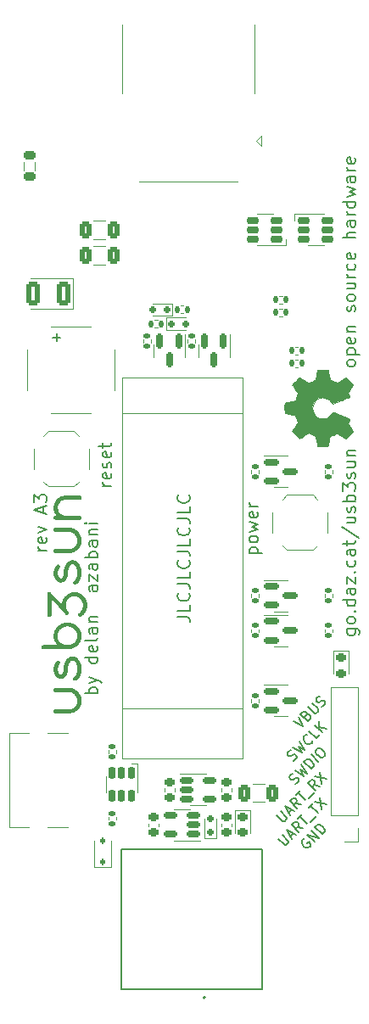
<source format=gbr>
%TF.GenerationSoftware,KiCad,Pcbnew,7.0.7*%
%TF.CreationDate,2023-09-26T18:26:53+08:00*%
%TF.ProjectId,usb3sun,75736233-7375-46e2-9e6b-696361645f70,A3*%
%TF.SameCoordinates,Original*%
%TF.FileFunction,Legend,Top*%
%TF.FilePolarity,Positive*%
%FSLAX46Y46*%
G04 Gerber Fmt 4.6, Leading zero omitted, Abs format (unit mm)*
G04 Created by KiCad (PCBNEW 7.0.7) date 2023-09-26 18:26:53*
%MOMM*%
%LPD*%
G01*
G04 APERTURE LIST*
G04 Aperture macros list*
%AMRoundRect*
0 Rectangle with rounded corners*
0 $1 Rounding radius*
0 $2 $3 $4 $5 $6 $7 $8 $9 X,Y pos of 4 corners*
0 Add a 4 corners polygon primitive as box body*
4,1,4,$2,$3,$4,$5,$6,$7,$8,$9,$2,$3,0*
0 Add four circle primitives for the rounded corners*
1,1,$1+$1,$2,$3*
1,1,$1+$1,$4,$5*
1,1,$1+$1,$6,$7*
1,1,$1+$1,$8,$9*
0 Add four rect primitives between the rounded corners*
20,1,$1+$1,$2,$3,$4,$5,0*
20,1,$1+$1,$4,$5,$6,$7,0*
20,1,$1+$1,$6,$7,$8,$9,0*
20,1,$1+$1,$8,$9,$2,$3,0*%
G04 Aperture macros list end*
%ADD10C,0.177800*%
%ADD11C,0.153000*%
%ADD12C,0.120000*%
%ADD13C,0.127000*%
%ADD14C,0.200000*%
%ADD15C,0.002540*%
%ADD16C,0.040000*%
%ADD17RoundRect,0.135000X-0.185000X0.135000X-0.185000X-0.135000X0.185000X-0.135000X0.185000X0.135000X0*%
%ADD18RoundRect,0.150000X0.512500X0.150000X-0.512500X0.150000X-0.512500X-0.150000X0.512500X-0.150000X0*%
%ADD19RoundRect,0.218750X-0.381250X0.218750X-0.381250X-0.218750X0.381250X-0.218750X0.381250X0.218750X0*%
%ADD20RoundRect,0.250000X0.412500X0.925000X-0.412500X0.925000X-0.412500X-0.925000X0.412500X-0.925000X0*%
%ADD21R,1.408000X1.408000*%
%ADD22C,1.408000*%
%ADD23C,3.200000*%
%ADD24RoundRect,0.150000X-0.512500X-0.150000X0.512500X-0.150000X0.512500X0.150000X-0.512500X0.150000X0*%
%ADD25R,1.500000X1.500000*%
%ADD26C,1.500000*%
%ADD27C,3.500000*%
%ADD28RoundRect,0.150000X0.475000X0.150000X-0.475000X0.150000X-0.475000X-0.150000X0.475000X-0.150000X0*%
%ADD29RoundRect,0.250000X0.375000X0.625000X-0.375000X0.625000X-0.375000X-0.625000X0.375000X-0.625000X0*%
%ADD30RoundRect,0.150000X-0.150000X0.475000X-0.150000X-0.475000X0.150000X-0.475000X0.150000X0.475000X0*%
%ADD31RoundRect,0.218750X-0.256250X0.218750X-0.256250X-0.218750X0.256250X-0.218750X0.256250X0.218750X0*%
%ADD32R,1.700000X1.700000*%
%ADD33O,1.700000X1.700000*%
%ADD34RoundRect,0.135000X-0.135000X-0.185000X0.135000X-0.185000X0.135000X0.185000X-0.135000X0.185000X0*%
%ADD35RoundRect,0.225000X0.250000X-0.225000X0.250000X0.225000X-0.250000X0.225000X-0.250000X-0.225000X0*%
%ADD36RoundRect,0.135000X0.185000X-0.135000X0.185000X0.135000X-0.185000X0.135000X-0.185000X-0.135000X0*%
%ADD37RoundRect,0.150000X-0.200000X0.150000X-0.200000X-0.150000X0.200000X-0.150000X0.200000X0.150000X0*%
%ADD38RoundRect,0.150000X-0.587500X-0.150000X0.587500X-0.150000X0.587500X0.150000X-0.587500X0.150000X0*%
%ADD39RoundRect,0.250000X-0.375000X-0.625000X0.375000X-0.625000X0.375000X0.625000X-0.375000X0.625000X0*%
%ADD40C,0.650000*%
%ADD41R,1.450000X0.600000*%
%ADD42R,1.450000X0.300000*%
%ADD43O,2.100000X1.000000*%
%ADD44O,1.600000X1.000000*%
%ADD45RoundRect,0.112500X0.112500X-0.187500X0.112500X0.187500X-0.112500X0.187500X-0.112500X-0.187500X0*%
%ADD46RoundRect,0.150000X-0.150000X0.587500X-0.150000X-0.587500X0.150000X-0.587500X0.150000X0.587500X0*%
%ADD47R,2.000000X2.000000*%
%ADD48RoundRect,0.150000X-0.150000X-0.200000X0.150000X-0.200000X0.150000X0.200000X-0.150000X0.200000X0*%
%ADD49RoundRect,0.150000X0.150000X0.200000X-0.150000X0.200000X-0.150000X-0.200000X0.150000X-0.200000X0*%
%ADD50RoundRect,0.135000X0.135000X0.185000X-0.135000X0.185000X-0.135000X-0.185000X0.135000X-0.185000X0*%
%ADD51RoundRect,0.225000X-0.250000X0.225000X-0.250000X-0.225000X0.250000X-0.225000X0.250000X0.225000X0*%
%ADD52RoundRect,0.150000X-0.475000X-0.150000X0.475000X-0.150000X0.475000X0.150000X-0.475000X0.150000X0*%
%ADD53R,1.000000X0.750000*%
%ADD54C,3.600000*%
%ADD55C,5.600000*%
G04 APERTURE END LIST*
D10*
X87357582Y-110294710D02*
X87939161Y-110876288D01*
X87939161Y-110876288D02*
X88041792Y-110910499D01*
X88041792Y-110910499D02*
X88110213Y-110910499D01*
X88110213Y-110910499D02*
X88212845Y-110876288D01*
X88212845Y-110876288D02*
X88349687Y-110739446D01*
X88349687Y-110739446D02*
X88383897Y-110636815D01*
X88383897Y-110636815D02*
X88383897Y-110568394D01*
X88383897Y-110568394D02*
X88349687Y-110465762D01*
X88349687Y-110465762D02*
X87768108Y-109884184D01*
X88589160Y-110089447D02*
X88931265Y-109747342D01*
X88726002Y-110363131D02*
X88247055Y-109405237D01*
X88247055Y-109405237D02*
X89204949Y-109884184D01*
X89854949Y-109234184D02*
X89273370Y-109131553D01*
X89444423Y-109644710D02*
X88726002Y-108926290D01*
X88726002Y-108926290D02*
X88999686Y-108652606D01*
X88999686Y-108652606D02*
X89102318Y-108618395D01*
X89102318Y-108618395D02*
X89170739Y-108618395D01*
X89170739Y-108618395D02*
X89273370Y-108652606D01*
X89273370Y-108652606D02*
X89376002Y-108755237D01*
X89376002Y-108755237D02*
X89410212Y-108857869D01*
X89410212Y-108857869D02*
X89410212Y-108926290D01*
X89410212Y-108926290D02*
X89376002Y-109028921D01*
X89376002Y-109028921D02*
X89102318Y-109302605D01*
X89341791Y-108310501D02*
X89752317Y-107899975D01*
X90265475Y-108823658D02*
X89547054Y-108105238D01*
X90607580Y-108618396D02*
X91154948Y-108071028D01*
X90436527Y-107215765D02*
X90847053Y-106805239D01*
X91360210Y-107728923D02*
X90641790Y-107010502D01*
X91018105Y-106634187D02*
X92215473Y-106873660D01*
X91497052Y-106155240D02*
X91736526Y-107352607D01*
D11*
X69369120Y-95799462D02*
X68099120Y-95799462D01*
X68582929Y-95799462D02*
X68522453Y-95678509D01*
X68522453Y-95678509D02*
X68522453Y-95436604D01*
X68522453Y-95436604D02*
X68582929Y-95315652D01*
X68582929Y-95315652D02*
X68643405Y-95255176D01*
X68643405Y-95255176D02*
X68764358Y-95194700D01*
X68764358Y-95194700D02*
X69127215Y-95194700D01*
X69127215Y-95194700D02*
X69248167Y-95255176D01*
X69248167Y-95255176D02*
X69308644Y-95315652D01*
X69308644Y-95315652D02*
X69369120Y-95436604D01*
X69369120Y-95436604D02*
X69369120Y-95678509D01*
X69369120Y-95678509D02*
X69308644Y-95799462D01*
X68522453Y-94771366D02*
X69369120Y-94468985D01*
X68522453Y-94166604D02*
X69369120Y-94468985D01*
X69369120Y-94468985D02*
X69671501Y-94589937D01*
X69671501Y-94589937D02*
X69731977Y-94650414D01*
X69731977Y-94650414D02*
X69792453Y-94771366D01*
X69369120Y-92170890D02*
X68099120Y-92170890D01*
X69308644Y-92170890D02*
X69369120Y-92291842D01*
X69369120Y-92291842D02*
X69369120Y-92533747D01*
X69369120Y-92533747D02*
X69308644Y-92654699D01*
X69308644Y-92654699D02*
X69248167Y-92715176D01*
X69248167Y-92715176D02*
X69127215Y-92775652D01*
X69127215Y-92775652D02*
X68764358Y-92775652D01*
X68764358Y-92775652D02*
X68643405Y-92715176D01*
X68643405Y-92715176D02*
X68582929Y-92654699D01*
X68582929Y-92654699D02*
X68522453Y-92533747D01*
X68522453Y-92533747D02*
X68522453Y-92291842D01*
X68522453Y-92291842D02*
X68582929Y-92170890D01*
X69308644Y-91082318D02*
X69369120Y-91203270D01*
X69369120Y-91203270D02*
X69369120Y-91445175D01*
X69369120Y-91445175D02*
X69308644Y-91566128D01*
X69308644Y-91566128D02*
X69187691Y-91626604D01*
X69187691Y-91626604D02*
X68703882Y-91626604D01*
X68703882Y-91626604D02*
X68582929Y-91566128D01*
X68582929Y-91566128D02*
X68522453Y-91445175D01*
X68522453Y-91445175D02*
X68522453Y-91203270D01*
X68522453Y-91203270D02*
X68582929Y-91082318D01*
X68582929Y-91082318D02*
X68703882Y-91021842D01*
X68703882Y-91021842D02*
X68824834Y-91021842D01*
X68824834Y-91021842D02*
X68945786Y-91626604D01*
X69369120Y-90296128D02*
X69308644Y-90417080D01*
X69308644Y-90417080D02*
X69187691Y-90477557D01*
X69187691Y-90477557D02*
X68099120Y-90477557D01*
X69369120Y-89268033D02*
X68703882Y-89268033D01*
X68703882Y-89268033D02*
X68582929Y-89328509D01*
X68582929Y-89328509D02*
X68522453Y-89449461D01*
X68522453Y-89449461D02*
X68522453Y-89691366D01*
X68522453Y-89691366D02*
X68582929Y-89812319D01*
X69308644Y-89268033D02*
X69369120Y-89388985D01*
X69369120Y-89388985D02*
X69369120Y-89691366D01*
X69369120Y-89691366D02*
X69308644Y-89812319D01*
X69308644Y-89812319D02*
X69187691Y-89872795D01*
X69187691Y-89872795D02*
X69066739Y-89872795D01*
X69066739Y-89872795D02*
X68945786Y-89812319D01*
X68945786Y-89812319D02*
X68885310Y-89691366D01*
X68885310Y-89691366D02*
X68885310Y-89388985D01*
X68885310Y-89388985D02*
X68824834Y-89268033D01*
X68522453Y-88663271D02*
X69369120Y-88663271D01*
X68643405Y-88663271D02*
X68582929Y-88602794D01*
X68582929Y-88602794D02*
X68522453Y-88481842D01*
X68522453Y-88481842D02*
X68522453Y-88300413D01*
X68522453Y-88300413D02*
X68582929Y-88179461D01*
X68582929Y-88179461D02*
X68703882Y-88118985D01*
X68703882Y-88118985D02*
X69369120Y-88118985D01*
X69369120Y-85034699D02*
X68703882Y-85034699D01*
X68703882Y-85034699D02*
X68582929Y-85095175D01*
X68582929Y-85095175D02*
X68522453Y-85216127D01*
X68522453Y-85216127D02*
X68522453Y-85458032D01*
X68522453Y-85458032D02*
X68582929Y-85578985D01*
X69308644Y-85034699D02*
X69369120Y-85155651D01*
X69369120Y-85155651D02*
X69369120Y-85458032D01*
X69369120Y-85458032D02*
X69308644Y-85578985D01*
X69308644Y-85578985D02*
X69187691Y-85639461D01*
X69187691Y-85639461D02*
X69066739Y-85639461D01*
X69066739Y-85639461D02*
X68945786Y-85578985D01*
X68945786Y-85578985D02*
X68885310Y-85458032D01*
X68885310Y-85458032D02*
X68885310Y-85155651D01*
X68885310Y-85155651D02*
X68824834Y-85034699D01*
X68522453Y-84550889D02*
X68522453Y-83885651D01*
X68522453Y-83885651D02*
X69369120Y-84550889D01*
X69369120Y-84550889D02*
X69369120Y-83885651D01*
X69369120Y-82857556D02*
X68703882Y-82857556D01*
X68703882Y-82857556D02*
X68582929Y-82918032D01*
X68582929Y-82918032D02*
X68522453Y-83038984D01*
X68522453Y-83038984D02*
X68522453Y-83280889D01*
X68522453Y-83280889D02*
X68582929Y-83401842D01*
X69308644Y-82857556D02*
X69369120Y-82978508D01*
X69369120Y-82978508D02*
X69369120Y-83280889D01*
X69369120Y-83280889D02*
X69308644Y-83401842D01*
X69308644Y-83401842D02*
X69187691Y-83462318D01*
X69187691Y-83462318D02*
X69066739Y-83462318D01*
X69066739Y-83462318D02*
X68945786Y-83401842D01*
X68945786Y-83401842D02*
X68885310Y-83280889D01*
X68885310Y-83280889D02*
X68885310Y-82978508D01*
X68885310Y-82978508D02*
X68824834Y-82857556D01*
X69369120Y-82252794D02*
X68099120Y-82252794D01*
X68582929Y-82252794D02*
X68522453Y-82131841D01*
X68522453Y-82131841D02*
X68522453Y-81889936D01*
X68522453Y-81889936D02*
X68582929Y-81768984D01*
X68582929Y-81768984D02*
X68643405Y-81708508D01*
X68643405Y-81708508D02*
X68764358Y-81648032D01*
X68764358Y-81648032D02*
X69127215Y-81648032D01*
X69127215Y-81648032D02*
X69248167Y-81708508D01*
X69248167Y-81708508D02*
X69308644Y-81768984D01*
X69308644Y-81768984D02*
X69369120Y-81889936D01*
X69369120Y-81889936D02*
X69369120Y-82131841D01*
X69369120Y-82131841D02*
X69308644Y-82252794D01*
X69369120Y-80559460D02*
X68703882Y-80559460D01*
X68703882Y-80559460D02*
X68582929Y-80619936D01*
X68582929Y-80619936D02*
X68522453Y-80740888D01*
X68522453Y-80740888D02*
X68522453Y-80982793D01*
X68522453Y-80982793D02*
X68582929Y-81103746D01*
X69308644Y-80559460D02*
X69369120Y-80680412D01*
X69369120Y-80680412D02*
X69369120Y-80982793D01*
X69369120Y-80982793D02*
X69308644Y-81103746D01*
X69308644Y-81103746D02*
X69187691Y-81164222D01*
X69187691Y-81164222D02*
X69066739Y-81164222D01*
X69066739Y-81164222D02*
X68945786Y-81103746D01*
X68945786Y-81103746D02*
X68885310Y-80982793D01*
X68885310Y-80982793D02*
X68885310Y-80680412D01*
X68885310Y-80680412D02*
X68824834Y-80559460D01*
X68522453Y-79954698D02*
X69369120Y-79954698D01*
X68643405Y-79954698D02*
X68582929Y-79894221D01*
X68582929Y-79894221D02*
X68522453Y-79773269D01*
X68522453Y-79773269D02*
X68522453Y-79591840D01*
X68522453Y-79591840D02*
X68582929Y-79470888D01*
X68582929Y-79470888D02*
X68703882Y-79410412D01*
X68703882Y-79410412D02*
X69369120Y-79410412D01*
X69369120Y-78805650D02*
X68522453Y-78805650D01*
X68099120Y-78805650D02*
X68159596Y-78866126D01*
X68159596Y-78866126D02*
X68220072Y-78805650D01*
X68220072Y-78805650D02*
X68159596Y-78745173D01*
X68159596Y-78745173D02*
X68099120Y-78805650D01*
X68099120Y-78805650D02*
X68220072Y-78805650D01*
X77306620Y-88134104D02*
X78213763Y-88134104D01*
X78213763Y-88134104D02*
X78395191Y-88194581D01*
X78395191Y-88194581D02*
X78516144Y-88315533D01*
X78516144Y-88315533D02*
X78576620Y-88496962D01*
X78576620Y-88496962D02*
X78576620Y-88617914D01*
X78576620Y-86924581D02*
X78576620Y-87529343D01*
X78576620Y-87529343D02*
X77306620Y-87529343D01*
X78455667Y-85775533D02*
X78516144Y-85836009D01*
X78516144Y-85836009D02*
X78576620Y-86017438D01*
X78576620Y-86017438D02*
X78576620Y-86138390D01*
X78576620Y-86138390D02*
X78516144Y-86319819D01*
X78516144Y-86319819D02*
X78395191Y-86440771D01*
X78395191Y-86440771D02*
X78274239Y-86501248D01*
X78274239Y-86501248D02*
X78032334Y-86561724D01*
X78032334Y-86561724D02*
X77850905Y-86561724D01*
X77850905Y-86561724D02*
X77609001Y-86501248D01*
X77609001Y-86501248D02*
X77488048Y-86440771D01*
X77488048Y-86440771D02*
X77367096Y-86319819D01*
X77367096Y-86319819D02*
X77306620Y-86138390D01*
X77306620Y-86138390D02*
X77306620Y-86017438D01*
X77306620Y-86017438D02*
X77367096Y-85836009D01*
X77367096Y-85836009D02*
X77427572Y-85775533D01*
X77306620Y-84868390D02*
X78213763Y-84868390D01*
X78213763Y-84868390D02*
X78395191Y-84928867D01*
X78395191Y-84928867D02*
X78516144Y-85049819D01*
X78516144Y-85049819D02*
X78576620Y-85231248D01*
X78576620Y-85231248D02*
X78576620Y-85352200D01*
X78576620Y-83658867D02*
X78576620Y-84263629D01*
X78576620Y-84263629D02*
X77306620Y-84263629D01*
X78455667Y-82509819D02*
X78516144Y-82570295D01*
X78516144Y-82570295D02*
X78576620Y-82751724D01*
X78576620Y-82751724D02*
X78576620Y-82872676D01*
X78576620Y-82872676D02*
X78516144Y-83054105D01*
X78516144Y-83054105D02*
X78395191Y-83175057D01*
X78395191Y-83175057D02*
X78274239Y-83235534D01*
X78274239Y-83235534D02*
X78032334Y-83296010D01*
X78032334Y-83296010D02*
X77850905Y-83296010D01*
X77850905Y-83296010D02*
X77609001Y-83235534D01*
X77609001Y-83235534D02*
X77488048Y-83175057D01*
X77488048Y-83175057D02*
X77367096Y-83054105D01*
X77367096Y-83054105D02*
X77306620Y-82872676D01*
X77306620Y-82872676D02*
X77306620Y-82751724D01*
X77306620Y-82751724D02*
X77367096Y-82570295D01*
X77367096Y-82570295D02*
X77427572Y-82509819D01*
X77306620Y-81602676D02*
X78213763Y-81602676D01*
X78213763Y-81602676D02*
X78395191Y-81663153D01*
X78395191Y-81663153D02*
X78516144Y-81784105D01*
X78516144Y-81784105D02*
X78576620Y-81965534D01*
X78576620Y-81965534D02*
X78576620Y-82086486D01*
X78576620Y-80393153D02*
X78576620Y-80997915D01*
X78576620Y-80997915D02*
X77306620Y-80997915D01*
X78455667Y-79244105D02*
X78516144Y-79304581D01*
X78516144Y-79304581D02*
X78576620Y-79486010D01*
X78576620Y-79486010D02*
X78576620Y-79606962D01*
X78576620Y-79606962D02*
X78516144Y-79788391D01*
X78516144Y-79788391D02*
X78395191Y-79909343D01*
X78395191Y-79909343D02*
X78274239Y-79969820D01*
X78274239Y-79969820D02*
X78032334Y-80030296D01*
X78032334Y-80030296D02*
X77850905Y-80030296D01*
X77850905Y-80030296D02*
X77609001Y-79969820D01*
X77609001Y-79969820D02*
X77488048Y-79909343D01*
X77488048Y-79909343D02*
X77367096Y-79788391D01*
X77367096Y-79788391D02*
X77306620Y-79606962D01*
X77306620Y-79606962D02*
X77306620Y-79486010D01*
X77306620Y-79486010D02*
X77367096Y-79304581D01*
X77367096Y-79304581D02*
X77427572Y-79244105D01*
X77306620Y-78336962D02*
X78213763Y-78336962D01*
X78213763Y-78336962D02*
X78395191Y-78397439D01*
X78395191Y-78397439D02*
X78516144Y-78518391D01*
X78516144Y-78518391D02*
X78576620Y-78699820D01*
X78576620Y-78699820D02*
X78576620Y-78820772D01*
X78576620Y-77127439D02*
X78576620Y-77732201D01*
X78576620Y-77732201D02*
X77306620Y-77732201D01*
X78455667Y-75978391D02*
X78516144Y-76038867D01*
X78516144Y-76038867D02*
X78576620Y-76220296D01*
X78576620Y-76220296D02*
X78576620Y-76341248D01*
X78576620Y-76341248D02*
X78516144Y-76522677D01*
X78516144Y-76522677D02*
X78395191Y-76643629D01*
X78395191Y-76643629D02*
X78274239Y-76704106D01*
X78274239Y-76704106D02*
X78032334Y-76764582D01*
X78032334Y-76764582D02*
X77850905Y-76764582D01*
X77850905Y-76764582D02*
X77609001Y-76704106D01*
X77609001Y-76704106D02*
X77488048Y-76643629D01*
X77488048Y-76643629D02*
X77367096Y-76522677D01*
X77367096Y-76522677D02*
X77306620Y-76341248D01*
X77306620Y-76341248D02*
X77306620Y-76220296D01*
X77306620Y-76220296D02*
X77367096Y-76038867D01*
X77367096Y-76038867D02*
X77427572Y-75978391D01*
D10*
X89991790Y-110268923D02*
X89889159Y-110303134D01*
X89889159Y-110303134D02*
X89786527Y-110405765D01*
X89786527Y-110405765D02*
X89718106Y-110542607D01*
X89718106Y-110542607D02*
X89718106Y-110679449D01*
X89718106Y-110679449D02*
X89752317Y-110782081D01*
X89752317Y-110782081D02*
X89854948Y-110953133D01*
X89854948Y-110953133D02*
X89957580Y-111055765D01*
X89957580Y-111055765D02*
X90128632Y-111158396D01*
X90128632Y-111158396D02*
X90231264Y-111192607D01*
X90231264Y-111192607D02*
X90368106Y-111192607D01*
X90368106Y-111192607D02*
X90504948Y-111124186D01*
X90504948Y-111124186D02*
X90573369Y-111055765D01*
X90573369Y-111055765D02*
X90641790Y-110918923D01*
X90641790Y-110918923D02*
X90641790Y-110850502D01*
X90641790Y-110850502D02*
X90402316Y-110611028D01*
X90402316Y-110611028D02*
X90265474Y-110747870D01*
X91018105Y-110611028D02*
X90299685Y-109892608D01*
X90299685Y-109892608D02*
X91428631Y-110200502D01*
X91428631Y-110200502D02*
X90710211Y-109482082D01*
X91770736Y-109858397D02*
X91052316Y-109139976D01*
X91052316Y-109139976D02*
X91223368Y-108968924D01*
X91223368Y-108968924D02*
X91360210Y-108900503D01*
X91360210Y-108900503D02*
X91497052Y-108900503D01*
X91497052Y-108900503D02*
X91599684Y-108934714D01*
X91599684Y-108934714D02*
X91770736Y-109037345D01*
X91770736Y-109037345D02*
X91873368Y-109139976D01*
X91873368Y-109139976D02*
X91975999Y-109311029D01*
X91975999Y-109311029D02*
X92010210Y-109413660D01*
X92010210Y-109413660D02*
X92010210Y-109550502D01*
X92010210Y-109550502D02*
X91941789Y-109687344D01*
X91941789Y-109687344D02*
X91770736Y-109858397D01*
X89102317Y-104838395D02*
X89239159Y-104769974D01*
X89239159Y-104769974D02*
X89410211Y-104598922D01*
X89410211Y-104598922D02*
X89444422Y-104496290D01*
X89444422Y-104496290D02*
X89444422Y-104427869D01*
X89444422Y-104427869D02*
X89410211Y-104325238D01*
X89410211Y-104325238D02*
X89341790Y-104256817D01*
X89341790Y-104256817D02*
X89239159Y-104222606D01*
X89239159Y-104222606D02*
X89170738Y-104222606D01*
X89170738Y-104222606D02*
X89068106Y-104256817D01*
X89068106Y-104256817D02*
X88897054Y-104359448D01*
X88897054Y-104359448D02*
X88794422Y-104393659D01*
X88794422Y-104393659D02*
X88726001Y-104393659D01*
X88726001Y-104393659D02*
X88623370Y-104359448D01*
X88623370Y-104359448D02*
X88554949Y-104291027D01*
X88554949Y-104291027D02*
X88520738Y-104188396D01*
X88520738Y-104188396D02*
X88520738Y-104119975D01*
X88520738Y-104119975D02*
X88554949Y-104017343D01*
X88554949Y-104017343D02*
X88726001Y-103846291D01*
X88726001Y-103846291D02*
X88862843Y-103777870D01*
X89068106Y-103504186D02*
X89957579Y-104051554D01*
X89957579Y-104051554D02*
X89581264Y-103401554D01*
X89581264Y-103401554D02*
X90231263Y-103777870D01*
X90231263Y-103777870D02*
X89683895Y-102888397D01*
X90676000Y-103333133D02*
X89957579Y-102614713D01*
X89957579Y-102614713D02*
X90128632Y-102443660D01*
X90128632Y-102443660D02*
X90265474Y-102375239D01*
X90265474Y-102375239D02*
X90402316Y-102375239D01*
X90402316Y-102375239D02*
X90504947Y-102409450D01*
X90504947Y-102409450D02*
X90676000Y-102512081D01*
X90676000Y-102512081D02*
X90778631Y-102614713D01*
X90778631Y-102614713D02*
X90881263Y-102785765D01*
X90881263Y-102785765D02*
X90915473Y-102888397D01*
X90915473Y-102888397D02*
X90915473Y-103025239D01*
X90915473Y-103025239D02*
X90847052Y-103162081D01*
X90847052Y-103162081D02*
X90676000Y-103333133D01*
X91394420Y-102614713D02*
X90676000Y-101896292D01*
X91154947Y-101417345D02*
X91291789Y-101280503D01*
X91291789Y-101280503D02*
X91394421Y-101246293D01*
X91394421Y-101246293D02*
X91531263Y-101246293D01*
X91531263Y-101246293D02*
X91702315Y-101348924D01*
X91702315Y-101348924D02*
X91941789Y-101588398D01*
X91941789Y-101588398D02*
X92044420Y-101759450D01*
X92044420Y-101759450D02*
X92044420Y-101896292D01*
X92044420Y-101896292D02*
X92010210Y-101998924D01*
X92010210Y-101998924D02*
X91873368Y-102135766D01*
X91873368Y-102135766D02*
X91770736Y-102169976D01*
X91770736Y-102169976D02*
X91633894Y-102169976D01*
X91633894Y-102169976D02*
X91462842Y-102067345D01*
X91462842Y-102067345D02*
X91223368Y-101827871D01*
X91223368Y-101827871D02*
X91120737Y-101656819D01*
X91120737Y-101656819D02*
X91120737Y-101519977D01*
X91120737Y-101519977D02*
X91154947Y-101417345D01*
D11*
X84505403Y-81824285D02*
X85775403Y-81824285D01*
X84565879Y-81824285D02*
X84505403Y-81703332D01*
X84505403Y-81703332D02*
X84505403Y-81461427D01*
X84505403Y-81461427D02*
X84565879Y-81340475D01*
X84565879Y-81340475D02*
X84626355Y-81279999D01*
X84626355Y-81279999D02*
X84747308Y-81219523D01*
X84747308Y-81219523D02*
X85110165Y-81219523D01*
X85110165Y-81219523D02*
X85231117Y-81279999D01*
X85231117Y-81279999D02*
X85291594Y-81340475D01*
X85291594Y-81340475D02*
X85352070Y-81461427D01*
X85352070Y-81461427D02*
X85352070Y-81703332D01*
X85352070Y-81703332D02*
X85291594Y-81824285D01*
X85352070Y-80493808D02*
X85291594Y-80614760D01*
X85291594Y-80614760D02*
X85231117Y-80675237D01*
X85231117Y-80675237D02*
X85110165Y-80735713D01*
X85110165Y-80735713D02*
X84747308Y-80735713D01*
X84747308Y-80735713D02*
X84626355Y-80675237D01*
X84626355Y-80675237D02*
X84565879Y-80614760D01*
X84565879Y-80614760D02*
X84505403Y-80493808D01*
X84505403Y-80493808D02*
X84505403Y-80312379D01*
X84505403Y-80312379D02*
X84565879Y-80191427D01*
X84565879Y-80191427D02*
X84626355Y-80130951D01*
X84626355Y-80130951D02*
X84747308Y-80070475D01*
X84747308Y-80070475D02*
X85110165Y-80070475D01*
X85110165Y-80070475D02*
X85231117Y-80130951D01*
X85231117Y-80130951D02*
X85291594Y-80191427D01*
X85291594Y-80191427D02*
X85352070Y-80312379D01*
X85352070Y-80312379D02*
X85352070Y-80493808D01*
X84505403Y-79647141D02*
X85352070Y-79405236D01*
X85352070Y-79405236D02*
X84747308Y-79163331D01*
X84747308Y-79163331D02*
X85352070Y-78921427D01*
X85352070Y-78921427D02*
X84505403Y-78679522D01*
X85291594Y-77711903D02*
X85352070Y-77832855D01*
X85352070Y-77832855D02*
X85352070Y-78074760D01*
X85352070Y-78074760D02*
X85291594Y-78195713D01*
X85291594Y-78195713D02*
X85170641Y-78256189D01*
X85170641Y-78256189D02*
X84686832Y-78256189D01*
X84686832Y-78256189D02*
X84565879Y-78195713D01*
X84565879Y-78195713D02*
X84505403Y-78074760D01*
X84505403Y-78074760D02*
X84505403Y-77832855D01*
X84505403Y-77832855D02*
X84565879Y-77711903D01*
X84565879Y-77711903D02*
X84686832Y-77651427D01*
X84686832Y-77651427D02*
X84807784Y-77651427D01*
X84807784Y-77651427D02*
X84928736Y-78256189D01*
X85352070Y-77107142D02*
X84505403Y-77107142D01*
X84747308Y-77107142D02*
X84626355Y-77046665D01*
X84626355Y-77046665D02*
X84565879Y-76986189D01*
X84565879Y-76986189D02*
X84505403Y-76865237D01*
X84505403Y-76865237D02*
X84505403Y-76744284D01*
X94239953Y-89363516D02*
X95268048Y-89363516D01*
X95268048Y-89363516D02*
X95389001Y-89423992D01*
X95389001Y-89423992D02*
X95449477Y-89484468D01*
X95449477Y-89484468D02*
X95509953Y-89605421D01*
X95509953Y-89605421D02*
X95509953Y-89786849D01*
X95509953Y-89786849D02*
X95449477Y-89907802D01*
X95026144Y-89363516D02*
X95086620Y-89484468D01*
X95086620Y-89484468D02*
X95086620Y-89726373D01*
X95086620Y-89726373D02*
X95026144Y-89847325D01*
X95026144Y-89847325D02*
X94965667Y-89907802D01*
X94965667Y-89907802D02*
X94844715Y-89968278D01*
X94844715Y-89968278D02*
X94481858Y-89968278D01*
X94481858Y-89968278D02*
X94360905Y-89907802D01*
X94360905Y-89907802D02*
X94300429Y-89847325D01*
X94300429Y-89847325D02*
X94239953Y-89726373D01*
X94239953Y-89726373D02*
X94239953Y-89484468D01*
X94239953Y-89484468D02*
X94300429Y-89363516D01*
X95086620Y-88577325D02*
X95026144Y-88698277D01*
X95026144Y-88698277D02*
X94965667Y-88758754D01*
X94965667Y-88758754D02*
X94844715Y-88819230D01*
X94844715Y-88819230D02*
X94481858Y-88819230D01*
X94481858Y-88819230D02*
X94360905Y-88758754D01*
X94360905Y-88758754D02*
X94300429Y-88698277D01*
X94300429Y-88698277D02*
X94239953Y-88577325D01*
X94239953Y-88577325D02*
X94239953Y-88395896D01*
X94239953Y-88395896D02*
X94300429Y-88274944D01*
X94300429Y-88274944D02*
X94360905Y-88214468D01*
X94360905Y-88214468D02*
X94481858Y-88153992D01*
X94481858Y-88153992D02*
X94844715Y-88153992D01*
X94844715Y-88153992D02*
X94965667Y-88214468D01*
X94965667Y-88214468D02*
X95026144Y-88274944D01*
X95026144Y-88274944D02*
X95086620Y-88395896D01*
X95086620Y-88395896D02*
X95086620Y-88577325D01*
X94965667Y-87609706D02*
X95026144Y-87549229D01*
X95026144Y-87549229D02*
X95086620Y-87609706D01*
X95086620Y-87609706D02*
X95026144Y-87670182D01*
X95026144Y-87670182D02*
X94965667Y-87609706D01*
X94965667Y-87609706D02*
X95086620Y-87609706D01*
X95086620Y-86460658D02*
X93816620Y-86460658D01*
X95026144Y-86460658D02*
X95086620Y-86581610D01*
X95086620Y-86581610D02*
X95086620Y-86823515D01*
X95086620Y-86823515D02*
X95026144Y-86944467D01*
X95026144Y-86944467D02*
X94965667Y-87004944D01*
X94965667Y-87004944D02*
X94844715Y-87065420D01*
X94844715Y-87065420D02*
X94481858Y-87065420D01*
X94481858Y-87065420D02*
X94360905Y-87004944D01*
X94360905Y-87004944D02*
X94300429Y-86944467D01*
X94300429Y-86944467D02*
X94239953Y-86823515D01*
X94239953Y-86823515D02*
X94239953Y-86581610D01*
X94239953Y-86581610D02*
X94300429Y-86460658D01*
X95086620Y-85311610D02*
X94421382Y-85311610D01*
X94421382Y-85311610D02*
X94300429Y-85372086D01*
X94300429Y-85372086D02*
X94239953Y-85493038D01*
X94239953Y-85493038D02*
X94239953Y-85734943D01*
X94239953Y-85734943D02*
X94300429Y-85855896D01*
X95026144Y-85311610D02*
X95086620Y-85432562D01*
X95086620Y-85432562D02*
X95086620Y-85734943D01*
X95086620Y-85734943D02*
X95026144Y-85855896D01*
X95026144Y-85855896D02*
X94905191Y-85916372D01*
X94905191Y-85916372D02*
X94784239Y-85916372D01*
X94784239Y-85916372D02*
X94663286Y-85855896D01*
X94663286Y-85855896D02*
X94602810Y-85734943D01*
X94602810Y-85734943D02*
X94602810Y-85432562D01*
X94602810Y-85432562D02*
X94542334Y-85311610D01*
X94239953Y-84827800D02*
X94239953Y-84162562D01*
X94239953Y-84162562D02*
X95086620Y-84827800D01*
X95086620Y-84827800D02*
X95086620Y-84162562D01*
X94965667Y-83678753D02*
X95026144Y-83618276D01*
X95026144Y-83618276D02*
X95086620Y-83678753D01*
X95086620Y-83678753D02*
X95026144Y-83739229D01*
X95026144Y-83739229D02*
X94965667Y-83678753D01*
X94965667Y-83678753D02*
X95086620Y-83678753D01*
X95026144Y-82529705D02*
X95086620Y-82650657D01*
X95086620Y-82650657D02*
X95086620Y-82892562D01*
X95086620Y-82892562D02*
X95026144Y-83013514D01*
X95026144Y-83013514D02*
X94965667Y-83073991D01*
X94965667Y-83073991D02*
X94844715Y-83134467D01*
X94844715Y-83134467D02*
X94481858Y-83134467D01*
X94481858Y-83134467D02*
X94360905Y-83073991D01*
X94360905Y-83073991D02*
X94300429Y-83013514D01*
X94300429Y-83013514D02*
X94239953Y-82892562D01*
X94239953Y-82892562D02*
X94239953Y-82650657D01*
X94239953Y-82650657D02*
X94300429Y-82529705D01*
X95086620Y-81441134D02*
X94421382Y-81441134D01*
X94421382Y-81441134D02*
X94300429Y-81501610D01*
X94300429Y-81501610D02*
X94239953Y-81622562D01*
X94239953Y-81622562D02*
X94239953Y-81864467D01*
X94239953Y-81864467D02*
X94300429Y-81985420D01*
X95026144Y-81441134D02*
X95086620Y-81562086D01*
X95086620Y-81562086D02*
X95086620Y-81864467D01*
X95086620Y-81864467D02*
X95026144Y-81985420D01*
X95026144Y-81985420D02*
X94905191Y-82045896D01*
X94905191Y-82045896D02*
X94784239Y-82045896D01*
X94784239Y-82045896D02*
X94663286Y-81985420D01*
X94663286Y-81985420D02*
X94602810Y-81864467D01*
X94602810Y-81864467D02*
X94602810Y-81562086D01*
X94602810Y-81562086D02*
X94542334Y-81441134D01*
X94239953Y-81017800D02*
X94239953Y-80533991D01*
X93816620Y-80836372D02*
X94905191Y-80836372D01*
X94905191Y-80836372D02*
X95026144Y-80775895D01*
X95026144Y-80775895D02*
X95086620Y-80654943D01*
X95086620Y-80654943D02*
X95086620Y-80533991D01*
X93756144Y-79203515D02*
X95389001Y-80292086D01*
X94239953Y-78235896D02*
X95086620Y-78235896D01*
X94239953Y-78780182D02*
X94905191Y-78780182D01*
X94905191Y-78780182D02*
X95026144Y-78719705D01*
X95026144Y-78719705D02*
X95086620Y-78598753D01*
X95086620Y-78598753D02*
X95086620Y-78417324D01*
X95086620Y-78417324D02*
X95026144Y-78296372D01*
X95026144Y-78296372D02*
X94965667Y-78235896D01*
X95026144Y-77691610D02*
X95086620Y-77570657D01*
X95086620Y-77570657D02*
X95086620Y-77328753D01*
X95086620Y-77328753D02*
X95026144Y-77207800D01*
X95026144Y-77207800D02*
X94905191Y-77147324D01*
X94905191Y-77147324D02*
X94844715Y-77147324D01*
X94844715Y-77147324D02*
X94723763Y-77207800D01*
X94723763Y-77207800D02*
X94663286Y-77328753D01*
X94663286Y-77328753D02*
X94663286Y-77510181D01*
X94663286Y-77510181D02*
X94602810Y-77631134D01*
X94602810Y-77631134D02*
X94481858Y-77691610D01*
X94481858Y-77691610D02*
X94421382Y-77691610D01*
X94421382Y-77691610D02*
X94300429Y-77631134D01*
X94300429Y-77631134D02*
X94239953Y-77510181D01*
X94239953Y-77510181D02*
X94239953Y-77328753D01*
X94239953Y-77328753D02*
X94300429Y-77207800D01*
X95086620Y-76603039D02*
X93816620Y-76603039D01*
X94300429Y-76603039D02*
X94239953Y-76482086D01*
X94239953Y-76482086D02*
X94239953Y-76240181D01*
X94239953Y-76240181D02*
X94300429Y-76119229D01*
X94300429Y-76119229D02*
X94360905Y-76058753D01*
X94360905Y-76058753D02*
X94481858Y-75998277D01*
X94481858Y-75998277D02*
X94844715Y-75998277D01*
X94844715Y-75998277D02*
X94965667Y-76058753D01*
X94965667Y-76058753D02*
X95026144Y-76119229D01*
X95026144Y-76119229D02*
X95086620Y-76240181D01*
X95086620Y-76240181D02*
X95086620Y-76482086D01*
X95086620Y-76482086D02*
X95026144Y-76603039D01*
X93816620Y-75574943D02*
X93816620Y-74788752D01*
X93816620Y-74788752D02*
X94300429Y-75212086D01*
X94300429Y-75212086D02*
X94300429Y-75030657D01*
X94300429Y-75030657D02*
X94360905Y-74909705D01*
X94360905Y-74909705D02*
X94421382Y-74849229D01*
X94421382Y-74849229D02*
X94542334Y-74788752D01*
X94542334Y-74788752D02*
X94844715Y-74788752D01*
X94844715Y-74788752D02*
X94965667Y-74849229D01*
X94965667Y-74849229D02*
X95026144Y-74909705D01*
X95026144Y-74909705D02*
X95086620Y-75030657D01*
X95086620Y-75030657D02*
X95086620Y-75393514D01*
X95086620Y-75393514D02*
X95026144Y-75514467D01*
X95026144Y-75514467D02*
X94965667Y-75574943D01*
X95026144Y-74304943D02*
X95086620Y-74183990D01*
X95086620Y-74183990D02*
X95086620Y-73942086D01*
X95086620Y-73942086D02*
X95026144Y-73821133D01*
X95026144Y-73821133D02*
X94905191Y-73760657D01*
X94905191Y-73760657D02*
X94844715Y-73760657D01*
X94844715Y-73760657D02*
X94723763Y-73821133D01*
X94723763Y-73821133D02*
X94663286Y-73942086D01*
X94663286Y-73942086D02*
X94663286Y-74123514D01*
X94663286Y-74123514D02*
X94602810Y-74244467D01*
X94602810Y-74244467D02*
X94481858Y-74304943D01*
X94481858Y-74304943D02*
X94421382Y-74304943D01*
X94421382Y-74304943D02*
X94300429Y-74244467D01*
X94300429Y-74244467D02*
X94239953Y-74123514D01*
X94239953Y-74123514D02*
X94239953Y-73942086D01*
X94239953Y-73942086D02*
X94300429Y-73821133D01*
X94239953Y-72672086D02*
X95086620Y-72672086D01*
X94239953Y-73216372D02*
X94905191Y-73216372D01*
X94905191Y-73216372D02*
X95026144Y-73155895D01*
X95026144Y-73155895D02*
X95086620Y-73034943D01*
X95086620Y-73034943D02*
X95086620Y-72853514D01*
X95086620Y-72853514D02*
X95026144Y-72732562D01*
X95026144Y-72732562D02*
X94965667Y-72672086D01*
X94239953Y-72067324D02*
X95086620Y-72067324D01*
X94360905Y-72067324D02*
X94300429Y-72006847D01*
X94300429Y-72006847D02*
X94239953Y-71885895D01*
X94239953Y-71885895D02*
X94239953Y-71704466D01*
X94239953Y-71704466D02*
X94300429Y-71583514D01*
X94300429Y-71583514D02*
X94421382Y-71523038D01*
X94421382Y-71523038D02*
X95086620Y-71523038D01*
X95086620Y-62915533D02*
X95026144Y-63036485D01*
X95026144Y-63036485D02*
X94965667Y-63096962D01*
X94965667Y-63096962D02*
X94844715Y-63157438D01*
X94844715Y-63157438D02*
X94481858Y-63157438D01*
X94481858Y-63157438D02*
X94360905Y-63096962D01*
X94360905Y-63096962D02*
X94300429Y-63036485D01*
X94300429Y-63036485D02*
X94239953Y-62915533D01*
X94239953Y-62915533D02*
X94239953Y-62734104D01*
X94239953Y-62734104D02*
X94300429Y-62613152D01*
X94300429Y-62613152D02*
X94360905Y-62552676D01*
X94360905Y-62552676D02*
X94481858Y-62492200D01*
X94481858Y-62492200D02*
X94844715Y-62492200D01*
X94844715Y-62492200D02*
X94965667Y-62552676D01*
X94965667Y-62552676D02*
X95026144Y-62613152D01*
X95026144Y-62613152D02*
X95086620Y-62734104D01*
X95086620Y-62734104D02*
X95086620Y-62915533D01*
X94239953Y-61947914D02*
X95509953Y-61947914D01*
X94300429Y-61947914D02*
X94239953Y-61826961D01*
X94239953Y-61826961D02*
X94239953Y-61585056D01*
X94239953Y-61585056D02*
X94300429Y-61464104D01*
X94300429Y-61464104D02*
X94360905Y-61403628D01*
X94360905Y-61403628D02*
X94481858Y-61343152D01*
X94481858Y-61343152D02*
X94844715Y-61343152D01*
X94844715Y-61343152D02*
X94965667Y-61403628D01*
X94965667Y-61403628D02*
X95026144Y-61464104D01*
X95026144Y-61464104D02*
X95086620Y-61585056D01*
X95086620Y-61585056D02*
X95086620Y-61826961D01*
X95086620Y-61826961D02*
X95026144Y-61947914D01*
X95026144Y-60315056D02*
X95086620Y-60436008D01*
X95086620Y-60436008D02*
X95086620Y-60677913D01*
X95086620Y-60677913D02*
X95026144Y-60798866D01*
X95026144Y-60798866D02*
X94905191Y-60859342D01*
X94905191Y-60859342D02*
X94421382Y-60859342D01*
X94421382Y-60859342D02*
X94300429Y-60798866D01*
X94300429Y-60798866D02*
X94239953Y-60677913D01*
X94239953Y-60677913D02*
X94239953Y-60436008D01*
X94239953Y-60436008D02*
X94300429Y-60315056D01*
X94300429Y-60315056D02*
X94421382Y-60254580D01*
X94421382Y-60254580D02*
X94542334Y-60254580D01*
X94542334Y-60254580D02*
X94663286Y-60859342D01*
X94239953Y-59710295D02*
X95086620Y-59710295D01*
X94360905Y-59710295D02*
X94300429Y-59649818D01*
X94300429Y-59649818D02*
X94239953Y-59528866D01*
X94239953Y-59528866D02*
X94239953Y-59347437D01*
X94239953Y-59347437D02*
X94300429Y-59226485D01*
X94300429Y-59226485D02*
X94421382Y-59166009D01*
X94421382Y-59166009D02*
X95086620Y-59166009D01*
X95026144Y-57654104D02*
X95086620Y-57533151D01*
X95086620Y-57533151D02*
X95086620Y-57291247D01*
X95086620Y-57291247D02*
X95026144Y-57170294D01*
X95026144Y-57170294D02*
X94905191Y-57109818D01*
X94905191Y-57109818D02*
X94844715Y-57109818D01*
X94844715Y-57109818D02*
X94723763Y-57170294D01*
X94723763Y-57170294D02*
X94663286Y-57291247D01*
X94663286Y-57291247D02*
X94663286Y-57472675D01*
X94663286Y-57472675D02*
X94602810Y-57593628D01*
X94602810Y-57593628D02*
X94481858Y-57654104D01*
X94481858Y-57654104D02*
X94421382Y-57654104D01*
X94421382Y-57654104D02*
X94300429Y-57593628D01*
X94300429Y-57593628D02*
X94239953Y-57472675D01*
X94239953Y-57472675D02*
X94239953Y-57291247D01*
X94239953Y-57291247D02*
X94300429Y-57170294D01*
X95086620Y-56384104D02*
X95026144Y-56505056D01*
X95026144Y-56505056D02*
X94965667Y-56565533D01*
X94965667Y-56565533D02*
X94844715Y-56626009D01*
X94844715Y-56626009D02*
X94481858Y-56626009D01*
X94481858Y-56626009D02*
X94360905Y-56565533D01*
X94360905Y-56565533D02*
X94300429Y-56505056D01*
X94300429Y-56505056D02*
X94239953Y-56384104D01*
X94239953Y-56384104D02*
X94239953Y-56202675D01*
X94239953Y-56202675D02*
X94300429Y-56081723D01*
X94300429Y-56081723D02*
X94360905Y-56021247D01*
X94360905Y-56021247D02*
X94481858Y-55960771D01*
X94481858Y-55960771D02*
X94844715Y-55960771D01*
X94844715Y-55960771D02*
X94965667Y-56021247D01*
X94965667Y-56021247D02*
X95026144Y-56081723D01*
X95026144Y-56081723D02*
X95086620Y-56202675D01*
X95086620Y-56202675D02*
X95086620Y-56384104D01*
X94239953Y-54872199D02*
X95086620Y-54872199D01*
X94239953Y-55416485D02*
X94905191Y-55416485D01*
X94905191Y-55416485D02*
X95026144Y-55356008D01*
X95026144Y-55356008D02*
X95086620Y-55235056D01*
X95086620Y-55235056D02*
X95086620Y-55053627D01*
X95086620Y-55053627D02*
X95026144Y-54932675D01*
X95026144Y-54932675D02*
X94965667Y-54872199D01*
X95086620Y-54267437D02*
X94239953Y-54267437D01*
X94481858Y-54267437D02*
X94360905Y-54206960D01*
X94360905Y-54206960D02*
X94300429Y-54146484D01*
X94300429Y-54146484D02*
X94239953Y-54025532D01*
X94239953Y-54025532D02*
X94239953Y-53904579D01*
X95026144Y-52936961D02*
X95086620Y-53057913D01*
X95086620Y-53057913D02*
X95086620Y-53299818D01*
X95086620Y-53299818D02*
X95026144Y-53420770D01*
X95026144Y-53420770D02*
X94965667Y-53481247D01*
X94965667Y-53481247D02*
X94844715Y-53541723D01*
X94844715Y-53541723D02*
X94481858Y-53541723D01*
X94481858Y-53541723D02*
X94360905Y-53481247D01*
X94360905Y-53481247D02*
X94300429Y-53420770D01*
X94300429Y-53420770D02*
X94239953Y-53299818D01*
X94239953Y-53299818D02*
X94239953Y-53057913D01*
X94239953Y-53057913D02*
X94300429Y-52936961D01*
X95026144Y-51908866D02*
X95086620Y-52029818D01*
X95086620Y-52029818D02*
X95086620Y-52271723D01*
X95086620Y-52271723D02*
X95026144Y-52392676D01*
X95026144Y-52392676D02*
X94905191Y-52453152D01*
X94905191Y-52453152D02*
X94421382Y-52453152D01*
X94421382Y-52453152D02*
X94300429Y-52392676D01*
X94300429Y-52392676D02*
X94239953Y-52271723D01*
X94239953Y-52271723D02*
X94239953Y-52029818D01*
X94239953Y-52029818D02*
X94300429Y-51908866D01*
X94300429Y-51908866D02*
X94421382Y-51848390D01*
X94421382Y-51848390D02*
X94542334Y-51848390D01*
X94542334Y-51848390D02*
X94663286Y-52453152D01*
X95086620Y-50336486D02*
X93816620Y-50336486D01*
X95086620Y-49792200D02*
X94421382Y-49792200D01*
X94421382Y-49792200D02*
X94300429Y-49852676D01*
X94300429Y-49852676D02*
X94239953Y-49973628D01*
X94239953Y-49973628D02*
X94239953Y-50155057D01*
X94239953Y-50155057D02*
X94300429Y-50276009D01*
X94300429Y-50276009D02*
X94360905Y-50336486D01*
X95086620Y-48643152D02*
X94421382Y-48643152D01*
X94421382Y-48643152D02*
X94300429Y-48703628D01*
X94300429Y-48703628D02*
X94239953Y-48824580D01*
X94239953Y-48824580D02*
X94239953Y-49066485D01*
X94239953Y-49066485D02*
X94300429Y-49187438D01*
X95026144Y-48643152D02*
X95086620Y-48764104D01*
X95086620Y-48764104D02*
X95086620Y-49066485D01*
X95086620Y-49066485D02*
X95026144Y-49187438D01*
X95026144Y-49187438D02*
X94905191Y-49247914D01*
X94905191Y-49247914D02*
X94784239Y-49247914D01*
X94784239Y-49247914D02*
X94663286Y-49187438D01*
X94663286Y-49187438D02*
X94602810Y-49066485D01*
X94602810Y-49066485D02*
X94602810Y-48764104D01*
X94602810Y-48764104D02*
X94542334Y-48643152D01*
X95086620Y-48038390D02*
X94239953Y-48038390D01*
X94481858Y-48038390D02*
X94360905Y-47977913D01*
X94360905Y-47977913D02*
X94300429Y-47917437D01*
X94300429Y-47917437D02*
X94239953Y-47796485D01*
X94239953Y-47796485D02*
X94239953Y-47675532D01*
X95086620Y-46707914D02*
X93816620Y-46707914D01*
X95026144Y-46707914D02*
X95086620Y-46828866D01*
X95086620Y-46828866D02*
X95086620Y-47070771D01*
X95086620Y-47070771D02*
X95026144Y-47191723D01*
X95026144Y-47191723D02*
X94965667Y-47252200D01*
X94965667Y-47252200D02*
X94844715Y-47312676D01*
X94844715Y-47312676D02*
X94481858Y-47312676D01*
X94481858Y-47312676D02*
X94360905Y-47252200D01*
X94360905Y-47252200D02*
X94300429Y-47191723D01*
X94300429Y-47191723D02*
X94239953Y-47070771D01*
X94239953Y-47070771D02*
X94239953Y-46828866D01*
X94239953Y-46828866D02*
X94300429Y-46707914D01*
X94239953Y-46224104D02*
X95086620Y-45982199D01*
X95086620Y-45982199D02*
X94481858Y-45740294D01*
X94481858Y-45740294D02*
X95086620Y-45498390D01*
X95086620Y-45498390D02*
X94239953Y-45256485D01*
X95086620Y-44228390D02*
X94421382Y-44228390D01*
X94421382Y-44228390D02*
X94300429Y-44288866D01*
X94300429Y-44288866D02*
X94239953Y-44409818D01*
X94239953Y-44409818D02*
X94239953Y-44651723D01*
X94239953Y-44651723D02*
X94300429Y-44772676D01*
X95026144Y-44228390D02*
X95086620Y-44349342D01*
X95086620Y-44349342D02*
X95086620Y-44651723D01*
X95086620Y-44651723D02*
X95026144Y-44772676D01*
X95026144Y-44772676D02*
X94905191Y-44833152D01*
X94905191Y-44833152D02*
X94784239Y-44833152D01*
X94784239Y-44833152D02*
X94663286Y-44772676D01*
X94663286Y-44772676D02*
X94602810Y-44651723D01*
X94602810Y-44651723D02*
X94602810Y-44349342D01*
X94602810Y-44349342D02*
X94542334Y-44228390D01*
X95086620Y-43623628D02*
X94239953Y-43623628D01*
X94481858Y-43623628D02*
X94360905Y-43563151D01*
X94360905Y-43563151D02*
X94300429Y-43502675D01*
X94300429Y-43502675D02*
X94239953Y-43381723D01*
X94239953Y-43381723D02*
X94239953Y-43260770D01*
X95026144Y-42353628D02*
X95086620Y-42474580D01*
X95086620Y-42474580D02*
X95086620Y-42716485D01*
X95086620Y-42716485D02*
X95026144Y-42837438D01*
X95026144Y-42837438D02*
X94905191Y-42897914D01*
X94905191Y-42897914D02*
X94421382Y-42897914D01*
X94421382Y-42897914D02*
X94300429Y-42837438D01*
X94300429Y-42837438D02*
X94239953Y-42716485D01*
X94239953Y-42716485D02*
X94239953Y-42474580D01*
X94239953Y-42474580D02*
X94300429Y-42353628D01*
X94300429Y-42353628D02*
X94421382Y-42293152D01*
X94421382Y-42293152D02*
X94542334Y-42293152D01*
X94542334Y-42293152D02*
X94663286Y-42897914D01*
D10*
X88897054Y-98595238D02*
X89854948Y-99074185D01*
X89854948Y-99074185D02*
X89376001Y-98116291D01*
X90197053Y-97979449D02*
X90333895Y-97911028D01*
X90333895Y-97911028D02*
X90402316Y-97911028D01*
X90402316Y-97911028D02*
X90504948Y-97945238D01*
X90504948Y-97945238D02*
X90607579Y-98047870D01*
X90607579Y-98047870D02*
X90641790Y-98150501D01*
X90641790Y-98150501D02*
X90641790Y-98218922D01*
X90641790Y-98218922D02*
X90607579Y-98321554D01*
X90607579Y-98321554D02*
X90333895Y-98595238D01*
X90333895Y-98595238D02*
X89615475Y-97876817D01*
X89615475Y-97876817D02*
X89854948Y-97637344D01*
X89854948Y-97637344D02*
X89957580Y-97603133D01*
X89957580Y-97603133D02*
X90026001Y-97603133D01*
X90026001Y-97603133D02*
X90128632Y-97637344D01*
X90128632Y-97637344D02*
X90197053Y-97705765D01*
X90197053Y-97705765D02*
X90231264Y-97808396D01*
X90231264Y-97808396D02*
X90231264Y-97876817D01*
X90231264Y-97876817D02*
X90197053Y-97979449D01*
X90197053Y-97979449D02*
X89957580Y-98218922D01*
X90333895Y-97158397D02*
X90915474Y-97739975D01*
X90915474Y-97739975D02*
X91018105Y-97774186D01*
X91018105Y-97774186D02*
X91086526Y-97774186D01*
X91086526Y-97774186D02*
X91189158Y-97739975D01*
X91189158Y-97739975D02*
X91326000Y-97603133D01*
X91326000Y-97603133D02*
X91360210Y-97500502D01*
X91360210Y-97500502D02*
X91360210Y-97432081D01*
X91360210Y-97432081D02*
X91326000Y-97329449D01*
X91326000Y-97329449D02*
X90744421Y-96747871D01*
X91736526Y-97124186D02*
X91873368Y-97055765D01*
X91873368Y-97055765D02*
X92044420Y-96884713D01*
X92044420Y-96884713D02*
X92078631Y-96782081D01*
X92078631Y-96782081D02*
X92078631Y-96713660D01*
X92078631Y-96713660D02*
X92044420Y-96611029D01*
X92044420Y-96611029D02*
X91975999Y-96542608D01*
X91975999Y-96542608D02*
X91873368Y-96508397D01*
X91873368Y-96508397D02*
X91804947Y-96508397D01*
X91804947Y-96508397D02*
X91702315Y-96542608D01*
X91702315Y-96542608D02*
X91531263Y-96645239D01*
X91531263Y-96645239D02*
X91428631Y-96679450D01*
X91428631Y-96679450D02*
X91360210Y-96679450D01*
X91360210Y-96679450D02*
X91257579Y-96645239D01*
X91257579Y-96645239D02*
X91189158Y-96576818D01*
X91189158Y-96576818D02*
X91154947Y-96474187D01*
X91154947Y-96474187D02*
X91154947Y-96405766D01*
X91154947Y-96405766D02*
X91189158Y-96303134D01*
X91189158Y-96303134D02*
X91360210Y-96132082D01*
X91360210Y-96132082D02*
X91497052Y-96063661D01*
D11*
X64289120Y-81511962D02*
X63442453Y-81511962D01*
X63684358Y-81511962D02*
X63563405Y-81451485D01*
X63563405Y-81451485D02*
X63502929Y-81391009D01*
X63502929Y-81391009D02*
X63442453Y-81270057D01*
X63442453Y-81270057D02*
X63442453Y-81149104D01*
X64228644Y-80241962D02*
X64289120Y-80362914D01*
X64289120Y-80362914D02*
X64289120Y-80604819D01*
X64289120Y-80604819D02*
X64228644Y-80725772D01*
X64228644Y-80725772D02*
X64107691Y-80786248D01*
X64107691Y-80786248D02*
X63623882Y-80786248D01*
X63623882Y-80786248D02*
X63502929Y-80725772D01*
X63502929Y-80725772D02*
X63442453Y-80604819D01*
X63442453Y-80604819D02*
X63442453Y-80362914D01*
X63442453Y-80362914D02*
X63502929Y-80241962D01*
X63502929Y-80241962D02*
X63623882Y-80181486D01*
X63623882Y-80181486D02*
X63744834Y-80181486D01*
X63744834Y-80181486D02*
X63865786Y-80786248D01*
X63442453Y-79758153D02*
X64289120Y-79455772D01*
X64289120Y-79455772D02*
X63442453Y-79153391D01*
X63926263Y-77762439D02*
X63926263Y-77157677D01*
X64289120Y-77883391D02*
X63019120Y-77460058D01*
X63019120Y-77460058D02*
X64289120Y-77036724D01*
X63019120Y-76734344D02*
X63019120Y-75948153D01*
X63019120Y-75948153D02*
X63502929Y-76371487D01*
X63502929Y-76371487D02*
X63502929Y-76190058D01*
X63502929Y-76190058D02*
X63563405Y-76069106D01*
X63563405Y-76069106D02*
X63623882Y-76008630D01*
X63623882Y-76008630D02*
X63744834Y-75948153D01*
X63744834Y-75948153D02*
X64047215Y-75948153D01*
X64047215Y-75948153D02*
X64168167Y-76008630D01*
X64168167Y-76008630D02*
X64228644Y-76069106D01*
X64228644Y-76069106D02*
X64289120Y-76190058D01*
X64289120Y-76190058D02*
X64289120Y-76552915D01*
X64289120Y-76552915D02*
X64228644Y-76673868D01*
X64228644Y-76673868D02*
X64168167Y-76734344D01*
D10*
X88897054Y-102503658D02*
X89033896Y-102435237D01*
X89033896Y-102435237D02*
X89204949Y-102264184D01*
X89204949Y-102264184D02*
X89239159Y-102161553D01*
X89239159Y-102161553D02*
X89239159Y-102093132D01*
X89239159Y-102093132D02*
X89204949Y-101990500D01*
X89204949Y-101990500D02*
X89136528Y-101922079D01*
X89136528Y-101922079D02*
X89033896Y-101887869D01*
X89033896Y-101887869D02*
X88965475Y-101887869D01*
X88965475Y-101887869D02*
X88862844Y-101922079D01*
X88862844Y-101922079D02*
X88691791Y-102024711D01*
X88691791Y-102024711D02*
X88589160Y-102058921D01*
X88589160Y-102058921D02*
X88520739Y-102058921D01*
X88520739Y-102058921D02*
X88418107Y-102024711D01*
X88418107Y-102024711D02*
X88349686Y-101956290D01*
X88349686Y-101956290D02*
X88315476Y-101853658D01*
X88315476Y-101853658D02*
X88315476Y-101785237D01*
X88315476Y-101785237D02*
X88349686Y-101682606D01*
X88349686Y-101682606D02*
X88520739Y-101511553D01*
X88520739Y-101511553D02*
X88657581Y-101443132D01*
X88862844Y-101169448D02*
X89752317Y-101716816D01*
X89752317Y-101716816D02*
X89376001Y-101066817D01*
X89376001Y-101066817D02*
X90026001Y-101443132D01*
X90026001Y-101443132D02*
X89478633Y-100553659D01*
X90812842Y-100519449D02*
X90812842Y-100587870D01*
X90812842Y-100587870D02*
X90744421Y-100724712D01*
X90744421Y-100724712D02*
X90676000Y-100793133D01*
X90676000Y-100793133D02*
X90539158Y-100861554D01*
X90539158Y-100861554D02*
X90402316Y-100861554D01*
X90402316Y-100861554D02*
X90299685Y-100827343D01*
X90299685Y-100827343D02*
X90128632Y-100724712D01*
X90128632Y-100724712D02*
X90026001Y-100622080D01*
X90026001Y-100622080D02*
X89923369Y-100451028D01*
X89923369Y-100451028D02*
X89889159Y-100348396D01*
X89889159Y-100348396D02*
X89889159Y-100211554D01*
X89889159Y-100211554D02*
X89957580Y-100074712D01*
X89957580Y-100074712D02*
X90026001Y-100006291D01*
X90026001Y-100006291D02*
X90162843Y-99937870D01*
X90162843Y-99937870D02*
X90231264Y-99937870D01*
X91531263Y-99937870D02*
X91189158Y-100279975D01*
X91189158Y-100279975D02*
X90470737Y-99561555D01*
X91770736Y-99698397D02*
X91052316Y-98979976D01*
X92181262Y-99287871D02*
X91462842Y-99185239D01*
X91462842Y-98569451D02*
X91462842Y-99390502D01*
D11*
G36*
X66493770Y-95240986D02*
G01*
X66558498Y-95242435D01*
X66622031Y-95246779D01*
X66684368Y-95254020D01*
X66745511Y-95264157D01*
X66805458Y-95277191D01*
X66864210Y-95293121D01*
X66921767Y-95311948D01*
X66978129Y-95333671D01*
X67033295Y-95358290D01*
X67087267Y-95385806D01*
X67140043Y-95416218D01*
X67191624Y-95449526D01*
X67242010Y-95485731D01*
X67291200Y-95524832D01*
X67339195Y-95566830D01*
X67385996Y-95611724D01*
X67430619Y-95658668D01*
X67472364Y-95706816D01*
X67511229Y-95756168D01*
X67547216Y-95806723D01*
X67580324Y-95858483D01*
X67610553Y-95911447D01*
X67637903Y-95965615D01*
X67662374Y-96020986D01*
X67683966Y-96077562D01*
X67702679Y-96135341D01*
X67718513Y-96194324D01*
X67731468Y-96254511D01*
X67741544Y-96315903D01*
X67748742Y-96378498D01*
X67753060Y-96442297D01*
X67754500Y-96507300D01*
X67753060Y-96572302D01*
X67748742Y-96636101D01*
X67741544Y-96698696D01*
X67731468Y-96760088D01*
X67718513Y-96820275D01*
X67702679Y-96879258D01*
X67683966Y-96937037D01*
X67662374Y-96993613D01*
X67637903Y-97048984D01*
X67610553Y-97103152D01*
X67580324Y-97156116D01*
X67547216Y-97207876D01*
X67511229Y-97258431D01*
X67472364Y-97307783D01*
X67430619Y-97355931D01*
X67385996Y-97402875D01*
X67339195Y-97447769D01*
X67291200Y-97489767D01*
X67242010Y-97528868D01*
X67191624Y-97565073D01*
X67140043Y-97598381D01*
X67087267Y-97628793D01*
X67033295Y-97656309D01*
X66978129Y-97680928D01*
X66921767Y-97702651D01*
X66864210Y-97721478D01*
X66805458Y-97737408D01*
X66745511Y-97750442D01*
X66684368Y-97760579D01*
X66622031Y-97767820D01*
X66558498Y-97772164D01*
X66493770Y-97773613D01*
X65166039Y-97773613D01*
X65119453Y-97770489D01*
X65069955Y-97757801D01*
X65030162Y-97735353D01*
X64995222Y-97695532D01*
X64976782Y-97651612D01*
X64968047Y-97597932D01*
X64967270Y-97573727D01*
X64970341Y-97526879D01*
X64982817Y-97477103D01*
X65004889Y-97437087D01*
X65044042Y-97401951D01*
X65087226Y-97383407D01*
X65140007Y-97374623D01*
X65163806Y-97373842D01*
X66473669Y-97373842D01*
X66538730Y-97371604D01*
X66602005Y-97364891D01*
X66663493Y-97353702D01*
X66723195Y-97338038D01*
X66781110Y-97317899D01*
X66837240Y-97293284D01*
X66891583Y-97264194D01*
X66944140Y-97230628D01*
X66994911Y-97192587D01*
X67043895Y-97150070D01*
X67075559Y-97119239D01*
X67120261Y-97070598D01*
X67160566Y-97020151D01*
X67196474Y-96967899D01*
X67227986Y-96913840D01*
X67255100Y-96857976D01*
X67277817Y-96800305D01*
X67296138Y-96740829D01*
X67310062Y-96679547D01*
X67319588Y-96616459D01*
X67324718Y-96551565D01*
X67325695Y-96507300D01*
X67323497Y-96441202D01*
X67316901Y-96376910D01*
X67305909Y-96314424D01*
X67290520Y-96253744D01*
X67270734Y-96194869D01*
X67246550Y-96137801D01*
X67217970Y-96082539D01*
X67184994Y-96029082D01*
X67147620Y-95977431D01*
X67105849Y-95927586D01*
X67075559Y-95895360D01*
X67027765Y-95849860D01*
X66978186Y-95808835D01*
X66926820Y-95772285D01*
X66873667Y-95740211D01*
X66818729Y-95712613D01*
X66762004Y-95689490D01*
X66703493Y-95670842D01*
X66643195Y-95656670D01*
X66581112Y-95646973D01*
X66517242Y-95641752D01*
X66473669Y-95640757D01*
X65163806Y-95640757D01*
X65117743Y-95637634D01*
X65068801Y-95624946D01*
X65029455Y-95602498D01*
X64994908Y-95562677D01*
X64976675Y-95518757D01*
X64968038Y-95465077D01*
X64967270Y-95440872D01*
X64970376Y-95394024D01*
X64982993Y-95344247D01*
X65005316Y-95304231D01*
X65044915Y-95269095D01*
X65088589Y-95250551D01*
X65141970Y-95241767D01*
X65166039Y-95240986D01*
X66493770Y-95240986D01*
G37*
G36*
X66860040Y-92093070D02*
G01*
X66912284Y-92094745D01*
X66963211Y-92099770D01*
X67012820Y-92108145D01*
X67061112Y-92119870D01*
X67108087Y-92134946D01*
X67153744Y-92153371D01*
X67198084Y-92175146D01*
X67241107Y-92200271D01*
X67282812Y-92228747D01*
X67323200Y-92260572D01*
X67362271Y-92295747D01*
X67400024Y-92334273D01*
X67436460Y-92376148D01*
X67471579Y-92421374D01*
X67505380Y-92469949D01*
X67537864Y-92521875D01*
X67564097Y-92568007D01*
X67588638Y-92614838D01*
X67611486Y-92662367D01*
X67632642Y-92710593D01*
X67652105Y-92759518D01*
X67669876Y-92809140D01*
X67685955Y-92859460D01*
X67700341Y-92910479D01*
X67713034Y-92962195D01*
X67724035Y-93014609D01*
X67733344Y-93067721D01*
X67740960Y-93121531D01*
X67746883Y-93176039D01*
X67751115Y-93231245D01*
X67753653Y-93287148D01*
X67754500Y-93343750D01*
X67753351Y-93407365D01*
X67749906Y-93470489D01*
X67744165Y-93533122D01*
X67736127Y-93595264D01*
X67725792Y-93656916D01*
X67713161Y-93718077D01*
X67698233Y-93778747D01*
X67681008Y-93838927D01*
X67661487Y-93898616D01*
X67639669Y-93957814D01*
X67623848Y-93997007D01*
X67604407Y-94041102D01*
X67584049Y-94083497D01*
X67562775Y-94124190D01*
X67540586Y-94163182D01*
X67505584Y-94218481D01*
X67468521Y-94269952D01*
X67429397Y-94317595D01*
X67388212Y-94361410D01*
X67344965Y-94401398D01*
X67299658Y-94437558D01*
X67252290Y-94469891D01*
X67202860Y-94498395D01*
X67158785Y-94517193D01*
X67114206Y-94526720D01*
X67099009Y-94527429D01*
X67050940Y-94521213D01*
X67007232Y-94502565D01*
X66971625Y-94475153D01*
X66960541Y-94463778D01*
X66931932Y-94426198D01*
X66911125Y-94381749D01*
X66901877Y-94334465D01*
X66901357Y-94319727D01*
X66907429Y-94275269D01*
X66925645Y-94232347D01*
X66956005Y-94190960D01*
X66992531Y-94156006D01*
X66998508Y-94151108D01*
X67038129Y-94117071D01*
X67075193Y-94080845D01*
X67109701Y-94042428D01*
X67141652Y-94001822D01*
X67171048Y-93959027D01*
X67197888Y-93914041D01*
X67222171Y-93866866D01*
X67243898Y-93817501D01*
X67263069Y-93765946D01*
X67279684Y-93712201D01*
X67293743Y-93656267D01*
X67305246Y-93598143D01*
X67314192Y-93537829D01*
X67320583Y-93475326D01*
X67324417Y-93410633D01*
X67325695Y-93343750D01*
X67324622Y-93277543D01*
X67321403Y-93213762D01*
X67316038Y-93152405D01*
X67308526Y-93093474D01*
X67298869Y-93036969D01*
X67287065Y-92982888D01*
X67273115Y-92931233D01*
X67257019Y-92882003D01*
X67238777Y-92835199D01*
X67218389Y-92790820D01*
X67195855Y-92748866D01*
X67171175Y-92709337D01*
X67144348Y-92672234D01*
X67115376Y-92637556D01*
X67084257Y-92605303D01*
X67050992Y-92575475D01*
X67013998Y-92547393D01*
X66971532Y-92521973D01*
X66929815Y-92504461D01*
X66883054Y-92494132D01*
X66860040Y-92492841D01*
X66813448Y-92497394D01*
X66767892Y-92511052D01*
X66723373Y-92533817D01*
X66679889Y-92565687D01*
X66645847Y-92597739D01*
X66612469Y-92635619D01*
X66579754Y-92679326D01*
X66555763Y-92717398D01*
X66533482Y-92756796D01*
X66512910Y-92797520D01*
X66494049Y-92839570D01*
X66476897Y-92882946D01*
X66461456Y-92927648D01*
X66447724Y-92973676D01*
X66435702Y-93021030D01*
X66424443Y-93071995D01*
X66415092Y-93125086D01*
X66407649Y-93180304D01*
X66403069Y-93226009D01*
X66399710Y-93273075D01*
X66397573Y-93321502D01*
X66396657Y-93371291D01*
X66396619Y-93383950D01*
X66395068Y-93447801D01*
X66390416Y-93510375D01*
X66382662Y-93571673D01*
X66371807Y-93631696D01*
X66357851Y-93690443D01*
X66340793Y-93747913D01*
X66320634Y-93804108D01*
X66297374Y-93859027D01*
X66271012Y-93912670D01*
X66241549Y-93965037D01*
X66220184Y-93999240D01*
X66194129Y-94037373D01*
X66167054Y-94073046D01*
X66124528Y-94121942D01*
X66079705Y-94165302D01*
X66032585Y-94203128D01*
X65983169Y-94235418D01*
X65931456Y-94262172D01*
X65877446Y-94283391D01*
X65821140Y-94299075D01*
X65762537Y-94309223D01*
X65701638Y-94313836D01*
X65680828Y-94314143D01*
X65619163Y-94311307D01*
X65559795Y-94302798D01*
X65502723Y-94288616D01*
X65447948Y-94268761D01*
X65395470Y-94243233D01*
X65345288Y-94212033D01*
X65297403Y-94175159D01*
X65251814Y-94132613D01*
X65208522Y-94084394D01*
X65180937Y-94049097D01*
X65154372Y-94011278D01*
X65141472Y-93991423D01*
X65110341Y-93938840D01*
X65082271Y-93884942D01*
X65057263Y-93829728D01*
X65035318Y-93773200D01*
X65016435Y-93715356D01*
X65000614Y-93656197D01*
X64987855Y-93595723D01*
X64978158Y-93533934D01*
X64971523Y-93470830D01*
X64967951Y-93406410D01*
X64967270Y-93362733D01*
X64968457Y-93308051D01*
X64972016Y-93253439D01*
X64977949Y-93198896D01*
X64986254Y-93144423D01*
X64996932Y-93090020D01*
X65009983Y-93035686D01*
X65025408Y-92981423D01*
X65043205Y-92927229D01*
X65059876Y-92881925D01*
X65077647Y-92838976D01*
X65096517Y-92798383D01*
X65123387Y-92747923D01*
X65152212Y-92701651D01*
X65182990Y-92659566D01*
X65215723Y-92621669D01*
X65250409Y-92587959D01*
X65277707Y-92565425D01*
X65315405Y-92539515D01*
X65359800Y-92519362D01*
X65406125Y-92511825D01*
X65453235Y-92517931D01*
X65496855Y-92536252D01*
X65533130Y-92563183D01*
X65544593Y-92574359D01*
X65573742Y-92611124D01*
X65594942Y-92655704D01*
X65604364Y-92704209D01*
X65604894Y-92719527D01*
X65590290Y-92766689D01*
X65568282Y-92813780D01*
X65546478Y-92856250D01*
X65519602Y-92906081D01*
X65501043Y-92939512D01*
X65476441Y-92986675D01*
X65455119Y-93035477D01*
X65437078Y-93085919D01*
X65422317Y-93138002D01*
X65410836Y-93191725D01*
X65402635Y-93247087D01*
X65397715Y-93304090D01*
X65396075Y-93362733D01*
X65397724Y-93428687D01*
X65402670Y-93490872D01*
X65410915Y-93549288D01*
X65422456Y-93603936D01*
X65437296Y-93654815D01*
X65455433Y-93701924D01*
X65476868Y-93745266D01*
X65501601Y-93784838D01*
X65529631Y-93820641D01*
X65560959Y-93852676D01*
X65583677Y-93871939D01*
X65622464Y-93897797D01*
X65666973Y-93913337D01*
X65680828Y-93914372D01*
X65735495Y-93906221D01*
X65785037Y-93881766D01*
X65820980Y-93850464D01*
X65853643Y-93808729D01*
X65883025Y-93756559D01*
X65902909Y-93710584D01*
X65920949Y-93658740D01*
X65937143Y-93601028D01*
X65942131Y-93580486D01*
X65952138Y-93529600D01*
X65958760Y-93482752D01*
X65963575Y-93432921D01*
X65966585Y-93380105D01*
X65967714Y-93333813D01*
X65967814Y-93314716D01*
X65968674Y-93259096D01*
X65971251Y-93204183D01*
X65975548Y-93149976D01*
X65981563Y-93096475D01*
X65989297Y-93043682D01*
X65998750Y-92991595D01*
X66009921Y-92940215D01*
X66022811Y-92889541D01*
X66037419Y-92839574D01*
X66053746Y-92790314D01*
X66071792Y-92741760D01*
X66091556Y-92693913D01*
X66113039Y-92646773D01*
X66136241Y-92600339D01*
X66161161Y-92554612D01*
X66187800Y-92509591D01*
X66220524Y-92459153D01*
X66254486Y-92411969D01*
X66289688Y-92368039D01*
X66326128Y-92327363D01*
X66363808Y-92289941D01*
X66402726Y-92255774D01*
X66442882Y-92224860D01*
X66484278Y-92197200D01*
X66526912Y-92172795D01*
X66570786Y-92151643D01*
X66615898Y-92133746D01*
X66662249Y-92119103D01*
X66709838Y-92107714D01*
X66758667Y-92099578D01*
X66808734Y-92094697D01*
X66860040Y-92093070D01*
G37*
G36*
X66430904Y-88712139D02*
G01*
X66499702Y-88716601D01*
X66567279Y-88724039D01*
X66633634Y-88734451D01*
X66698767Y-88747838D01*
X66762680Y-88764200D01*
X66825371Y-88783537D01*
X66886840Y-88805848D01*
X66947089Y-88831135D01*
X67006116Y-88859397D01*
X67063921Y-88890633D01*
X67120505Y-88924844D01*
X67175868Y-88962031D01*
X67230010Y-89002192D01*
X67282930Y-89045328D01*
X67334628Y-89091439D01*
X67385472Y-89140830D01*
X67433036Y-89191574D01*
X67477319Y-89243669D01*
X67518322Y-89297117D01*
X67556045Y-89351917D01*
X67590487Y-89408070D01*
X67621650Y-89465574D01*
X67649532Y-89524431D01*
X67674134Y-89584640D01*
X67695455Y-89646201D01*
X67713496Y-89709115D01*
X67728258Y-89773380D01*
X67739738Y-89838998D01*
X67747939Y-89905969D01*
X67752859Y-89974291D01*
X67754500Y-90043966D01*
X67752851Y-90113640D01*
X67747904Y-90181963D01*
X67739660Y-90248933D01*
X67728118Y-90314551D01*
X67713278Y-90378816D01*
X67695141Y-90441730D01*
X67673706Y-90503291D01*
X67648973Y-90563500D01*
X67620943Y-90622357D01*
X67589615Y-90679861D01*
X67554989Y-90736014D01*
X67517066Y-90790814D01*
X67475845Y-90844262D01*
X67431326Y-90896357D01*
X67383509Y-90947101D01*
X67332395Y-90996492D01*
X67280548Y-91042603D01*
X67227462Y-91085739D01*
X67173138Y-91125900D01*
X67117574Y-91163087D01*
X67060772Y-91197298D01*
X67002731Y-91228534D01*
X66943451Y-91256796D01*
X66882932Y-91282083D01*
X66821175Y-91304394D01*
X66758178Y-91323731D01*
X66693943Y-91340093D01*
X66628469Y-91353480D01*
X66561756Y-91363892D01*
X66493805Y-91371330D01*
X66424614Y-91375792D01*
X66354185Y-91377279D01*
X63952210Y-91377279D01*
X63905362Y-91374156D01*
X63855586Y-91361468D01*
X63815569Y-91339020D01*
X63780433Y-91299199D01*
X63761889Y-91255279D01*
X63753105Y-91201599D01*
X63752324Y-91177394D01*
X63755535Y-91130546D01*
X63768577Y-91080770D01*
X63791652Y-91040754D01*
X63824760Y-91010497D01*
X63867901Y-90990001D01*
X63921074Y-90979265D01*
X63957793Y-90977509D01*
X65396075Y-90977509D01*
X65344149Y-90928584D01*
X65295574Y-90878403D01*
X65250348Y-90826966D01*
X65208473Y-90774273D01*
X65169948Y-90720324D01*
X65134772Y-90665118D01*
X65102947Y-90608656D01*
X65074472Y-90550937D01*
X65049346Y-90491963D01*
X65027571Y-90431732D01*
X65009146Y-90370245D01*
X64994071Y-90307502D01*
X64982346Y-90243502D01*
X64973971Y-90178246D01*
X64968945Y-90111734D01*
X64967270Y-90043966D01*
X65353641Y-90043966D01*
X65354810Y-90093169D01*
X65358317Y-90141396D01*
X65364162Y-90188645D01*
X65372346Y-90234918D01*
X65382867Y-90280213D01*
X65395726Y-90324531D01*
X65410923Y-90367872D01*
X65428459Y-90410236D01*
X65448332Y-90451623D01*
X65470543Y-90492033D01*
X65495093Y-90531465D01*
X65521980Y-90569921D01*
X65551206Y-90607400D01*
X65582770Y-90643901D01*
X65616671Y-90679425D01*
X65652911Y-90713972D01*
X65689487Y-90745885D01*
X65726908Y-90775739D01*
X65765176Y-90803534D01*
X65804291Y-90829270D01*
X65844251Y-90852947D01*
X65885058Y-90874565D01*
X65926711Y-90894124D01*
X65969210Y-90911625D01*
X66012556Y-90927066D01*
X66056747Y-90940449D01*
X66101785Y-90951773D01*
X66147669Y-90961038D01*
X66194400Y-90968244D01*
X66241976Y-90973391D01*
X66290399Y-90976479D01*
X66339668Y-90977509D01*
X66388937Y-90976479D01*
X66437360Y-90973391D01*
X66484937Y-90968244D01*
X66531667Y-90961038D01*
X66577551Y-90951773D01*
X66622589Y-90940449D01*
X66666781Y-90927066D01*
X66710126Y-90911625D01*
X66752625Y-90894124D01*
X66794278Y-90874565D01*
X66835085Y-90852947D01*
X66875046Y-90829270D01*
X66914160Y-90803534D01*
X66952428Y-90775739D01*
X66989850Y-90745885D01*
X67026425Y-90713972D01*
X67062665Y-90679425D01*
X67096567Y-90643901D01*
X67128130Y-90607400D01*
X67157356Y-90569921D01*
X67184243Y-90531465D01*
X67208793Y-90492033D01*
X67231004Y-90451623D01*
X67250878Y-90410236D01*
X67268413Y-90367872D01*
X67283610Y-90324531D01*
X67296469Y-90280213D01*
X67306991Y-90234918D01*
X67315174Y-90188645D01*
X67321019Y-90141396D01*
X67324526Y-90093169D01*
X67325695Y-90043966D01*
X67324526Y-89994762D01*
X67321019Y-89946535D01*
X67315174Y-89899286D01*
X67306991Y-89853014D01*
X67296469Y-89807718D01*
X67283610Y-89763400D01*
X67268413Y-89720059D01*
X67250878Y-89677695D01*
X67231004Y-89636308D01*
X67208793Y-89595898D01*
X67184243Y-89556466D01*
X67157356Y-89518010D01*
X67128130Y-89480532D01*
X67096567Y-89444030D01*
X67062665Y-89408506D01*
X67026425Y-89373959D01*
X66989850Y-89342046D01*
X66952428Y-89312192D01*
X66914160Y-89284397D01*
X66875046Y-89258662D01*
X66835085Y-89234984D01*
X66794278Y-89213366D01*
X66752625Y-89193807D01*
X66710126Y-89176306D01*
X66666781Y-89160865D01*
X66622589Y-89147482D01*
X66577551Y-89136158D01*
X66531667Y-89126893D01*
X66484937Y-89119687D01*
X66437360Y-89114540D01*
X66388937Y-89111452D01*
X66339668Y-89110422D01*
X66290399Y-89111452D01*
X66241976Y-89114540D01*
X66194400Y-89119687D01*
X66147669Y-89126893D01*
X66101785Y-89136158D01*
X66056747Y-89147482D01*
X66012556Y-89160865D01*
X65969210Y-89176306D01*
X65926711Y-89193807D01*
X65885058Y-89213366D01*
X65844251Y-89234984D01*
X65804291Y-89258662D01*
X65765176Y-89284397D01*
X65726908Y-89312192D01*
X65689487Y-89342046D01*
X65652911Y-89373959D01*
X65616671Y-89408506D01*
X65582770Y-89444030D01*
X65551206Y-89480532D01*
X65521980Y-89518010D01*
X65495093Y-89556466D01*
X65470543Y-89595898D01*
X65448332Y-89636308D01*
X65428459Y-89677695D01*
X65410923Y-89720059D01*
X65395726Y-89763400D01*
X65382867Y-89807718D01*
X65372346Y-89853014D01*
X65364162Y-89899286D01*
X65358317Y-89946535D01*
X65354810Y-89994762D01*
X65353641Y-90043966D01*
X64967270Y-90043966D01*
X64968911Y-89974295D01*
X64973831Y-89905986D01*
X64982032Y-89839038D01*
X64993512Y-89773450D01*
X65008274Y-89709224D01*
X65026315Y-89646358D01*
X65047636Y-89584854D01*
X65072238Y-89524710D01*
X65100120Y-89465927D01*
X65131283Y-89408506D01*
X65165725Y-89352445D01*
X65203448Y-89297745D01*
X65244451Y-89244406D01*
X65288734Y-89192429D01*
X65336298Y-89141812D01*
X65387142Y-89092556D01*
X65438840Y-89046309D01*
X65491760Y-89003047D01*
X65545902Y-88962768D01*
X65601265Y-88925473D01*
X65657849Y-88891161D01*
X65715654Y-88859833D01*
X65774681Y-88831488D01*
X65834930Y-88806128D01*
X65896399Y-88783750D01*
X65959090Y-88764357D01*
X66023003Y-88747947D01*
X66088136Y-88734521D01*
X66154491Y-88724078D01*
X66222068Y-88716619D01*
X66290866Y-88712143D01*
X66360885Y-88710652D01*
X66430904Y-88712139D01*
G37*
G36*
X64513899Y-85658770D02*
G01*
X64558800Y-85663151D01*
X64602631Y-85676296D01*
X64645394Y-85698205D01*
X64687089Y-85728876D01*
X64710434Y-85750337D01*
X65776862Y-86901633D01*
X65782092Y-86838192D01*
X65789966Y-86776006D01*
X65800483Y-86715078D01*
X65813643Y-86655405D01*
X65829446Y-86596989D01*
X65847893Y-86539829D01*
X65868984Y-86483925D01*
X65892718Y-86429278D01*
X65919095Y-86375887D01*
X65948115Y-86323752D01*
X65979779Y-86272873D01*
X66014087Y-86223251D01*
X66051037Y-86174885D01*
X66090631Y-86127775D01*
X66132869Y-86081921D01*
X66177750Y-86037324D01*
X66224336Y-85994729D01*
X66271969Y-85954882D01*
X66320650Y-85917783D01*
X66370377Y-85883432D01*
X66421151Y-85851829D01*
X66472972Y-85822974D01*
X66525839Y-85796867D01*
X66579754Y-85773509D01*
X66634715Y-85752898D01*
X66690724Y-85735035D01*
X66747779Y-85719921D01*
X66805881Y-85707555D01*
X66865030Y-85697936D01*
X66925226Y-85691066D01*
X66986469Y-85686944D01*
X67048759Y-85685570D01*
X67114316Y-85687062D01*
X67178660Y-85691537D01*
X67241791Y-85698996D01*
X67303710Y-85709439D01*
X67364417Y-85722865D01*
X67423910Y-85739275D01*
X67482191Y-85758669D01*
X67539260Y-85781046D01*
X67595115Y-85806407D01*
X67649759Y-85834751D01*
X67703189Y-85866079D01*
X67755407Y-85900391D01*
X67806412Y-85937686D01*
X67856204Y-85977965D01*
X67904784Y-86021228D01*
X67952152Y-86067474D01*
X67997451Y-86115679D01*
X68039828Y-86165096D01*
X68079283Y-86215726D01*
X68115815Y-86267569D01*
X68149424Y-86320624D01*
X68180111Y-86374892D01*
X68207875Y-86430373D01*
X68232717Y-86487066D01*
X68254636Y-86544972D01*
X68273633Y-86604090D01*
X68289707Y-86664422D01*
X68302858Y-86725965D01*
X68313087Y-86788722D01*
X68320394Y-86852691D01*
X68324778Y-86917873D01*
X68326239Y-86984267D01*
X68324737Y-87048052D01*
X68320232Y-87111267D01*
X68312724Y-87173914D01*
X68302213Y-87235991D01*
X68288698Y-87297499D01*
X68272180Y-87358437D01*
X68252659Y-87418806D01*
X68230135Y-87478607D01*
X68204607Y-87537837D01*
X68176076Y-87596499D01*
X68155387Y-87635290D01*
X68133315Y-87674976D01*
X68110371Y-87713353D01*
X68074319Y-87768465D01*
X68036304Y-87820633D01*
X67996326Y-87869856D01*
X67954385Y-87916135D01*
X67910481Y-87959470D01*
X67864614Y-87999860D01*
X67816785Y-88037306D01*
X67766992Y-88071807D01*
X67715237Y-88103364D01*
X67697549Y-88113229D01*
X67656249Y-88130921D01*
X67611639Y-88141242D01*
X67593698Y-88142262D01*
X67547504Y-88136046D01*
X67505236Y-88117399D01*
X67466894Y-88086319D01*
X67459696Y-88078612D01*
X67432167Y-88040767D01*
X67413647Y-88000095D01*
X67403636Y-87951590D01*
X67402746Y-87931210D01*
X67409901Y-87881568D01*
X67428273Y-87839518D01*
X67457953Y-87799423D01*
X67493197Y-87765942D01*
X67542147Y-87723504D01*
X67587940Y-87680219D01*
X67630574Y-87636089D01*
X67670051Y-87591112D01*
X67706369Y-87545289D01*
X67739529Y-87498619D01*
X67769531Y-87451104D01*
X67796375Y-87402742D01*
X67820061Y-87353534D01*
X67840588Y-87303480D01*
X67857958Y-87252579D01*
X67872169Y-87200833D01*
X67883223Y-87148240D01*
X67891118Y-87094801D01*
X67895855Y-87040515D01*
X67897434Y-86985384D01*
X67896453Y-86939460D01*
X67893508Y-86894374D01*
X67885411Y-86828316D01*
X67872898Y-86764142D01*
X67855968Y-86701852D01*
X67834621Y-86641447D01*
X67808858Y-86582926D01*
X67778678Y-86526289D01*
X67744082Y-86471537D01*
X67705069Y-86418669D01*
X67661640Y-86367686D01*
X67646182Y-86351110D01*
X67614234Y-86319063D01*
X67564808Y-86274868D01*
X67513576Y-86235325D01*
X67460538Y-86200434D01*
X67405695Y-86170195D01*
X67349045Y-86144609D01*
X67290589Y-86123674D01*
X67230328Y-86107392D01*
X67168261Y-86095762D01*
X67104388Y-86088784D01*
X67038709Y-86086458D01*
X66973439Y-86088784D01*
X66909955Y-86095762D01*
X66848257Y-86107392D01*
X66788346Y-86123674D01*
X66730221Y-86144609D01*
X66673882Y-86170195D01*
X66619329Y-86200434D01*
X66566563Y-86235325D01*
X66515583Y-86274868D01*
X66466389Y-86319063D01*
X66434586Y-86351110D01*
X66404025Y-86384471D01*
X66361882Y-86436083D01*
X66324174Y-86489578D01*
X66290903Y-86544959D01*
X66262068Y-86602223D01*
X66237669Y-86661372D01*
X66217706Y-86722406D01*
X66202179Y-86785324D01*
X66191089Y-86850126D01*
X66184435Y-86916813D01*
X66182463Y-86962317D01*
X66182216Y-86985384D01*
X66183541Y-87032673D01*
X66187516Y-87079904D01*
X66194141Y-87127076D01*
X66203416Y-87174190D01*
X66215341Y-87221244D01*
X66229915Y-87268239D01*
X66247140Y-87315176D01*
X66267014Y-87362053D01*
X66289539Y-87408872D01*
X66314713Y-87455632D01*
X66332968Y-87486772D01*
X66359709Y-87531399D01*
X66383821Y-87572316D01*
X66411877Y-87621101D01*
X66435258Y-87663290D01*
X66457907Y-87706752D01*
X66477342Y-87750286D01*
X66482603Y-87771525D01*
X66476714Y-87819813D01*
X66459048Y-87864175D01*
X66433079Y-87900744D01*
X66422302Y-87912227D01*
X66386882Y-87940836D01*
X66344003Y-87961643D01*
X66297416Y-87970890D01*
X66282718Y-87971411D01*
X66234773Y-87965492D01*
X66190186Y-87947738D01*
X66153370Y-87922019D01*
X66127499Y-87896593D01*
X64752868Y-86400244D01*
X64752868Y-87940144D01*
X64749518Y-87986992D01*
X64735909Y-88036768D01*
X64711830Y-88076784D01*
X64677283Y-88107040D01*
X64632267Y-88127536D01*
X64576782Y-88138272D01*
X64538466Y-88140029D01*
X64488215Y-88136906D01*
X64434824Y-88124218D01*
X64391902Y-88101770D01*
X64359449Y-88069562D01*
X64337464Y-88027593D01*
X64325948Y-87975865D01*
X64324064Y-87940144D01*
X64324064Y-85885456D01*
X64327030Y-85832326D01*
X64335928Y-85786281D01*
X64355394Y-85738685D01*
X64384129Y-85702159D01*
X64422133Y-85676701D01*
X64469406Y-85662312D01*
X64513899Y-85658770D01*
G37*
G36*
X66860040Y-82498570D02*
G01*
X66912284Y-82500245D01*
X66963211Y-82505270D01*
X67012820Y-82513645D01*
X67061112Y-82525371D01*
X67108087Y-82540446D01*
X67153744Y-82558871D01*
X67198084Y-82580646D01*
X67241107Y-82605771D01*
X67282812Y-82634247D01*
X67323200Y-82666072D01*
X67362271Y-82701247D01*
X67400024Y-82739773D01*
X67436460Y-82781648D01*
X67471579Y-82826874D01*
X67505380Y-82875449D01*
X67537864Y-82927375D01*
X67564097Y-82973507D01*
X67588638Y-83020338D01*
X67611486Y-83067867D01*
X67632642Y-83116093D01*
X67652105Y-83165018D01*
X67669876Y-83214640D01*
X67685955Y-83264961D01*
X67700341Y-83315979D01*
X67713034Y-83367695D01*
X67724035Y-83420109D01*
X67733344Y-83473221D01*
X67740960Y-83527031D01*
X67746883Y-83581539D01*
X67751115Y-83636745D01*
X67753653Y-83692648D01*
X67754500Y-83749250D01*
X67753351Y-83812865D01*
X67749906Y-83875989D01*
X67744165Y-83938622D01*
X67736127Y-84000764D01*
X67725792Y-84062416D01*
X67713161Y-84123577D01*
X67698233Y-84184247D01*
X67681008Y-84244427D01*
X67661487Y-84304116D01*
X67639669Y-84363314D01*
X67623848Y-84402507D01*
X67604407Y-84446602D01*
X67584049Y-84488997D01*
X67562775Y-84529690D01*
X67540586Y-84568682D01*
X67505584Y-84623981D01*
X67468521Y-84675452D01*
X67429397Y-84723095D01*
X67388212Y-84766910D01*
X67344965Y-84806898D01*
X67299658Y-84843058D01*
X67252290Y-84875391D01*
X67202860Y-84903895D01*
X67158785Y-84922693D01*
X67114206Y-84932220D01*
X67099009Y-84932929D01*
X67050940Y-84926713D01*
X67007232Y-84908065D01*
X66971625Y-84880653D01*
X66960541Y-84869278D01*
X66931932Y-84831698D01*
X66911125Y-84787249D01*
X66901877Y-84739965D01*
X66901357Y-84725227D01*
X66907429Y-84680769D01*
X66925645Y-84637847D01*
X66956005Y-84596460D01*
X66992531Y-84561506D01*
X66998508Y-84556608D01*
X67038129Y-84522571D01*
X67075193Y-84486345D01*
X67109701Y-84447929D01*
X67141652Y-84407322D01*
X67171048Y-84364527D01*
X67197888Y-84319541D01*
X67222171Y-84272366D01*
X67243898Y-84223001D01*
X67263069Y-84171446D01*
X67279684Y-84117701D01*
X67293743Y-84061767D01*
X67305246Y-84003643D01*
X67314192Y-83943330D01*
X67320583Y-83880826D01*
X67324417Y-83816133D01*
X67325695Y-83749250D01*
X67324622Y-83683043D01*
X67321403Y-83619262D01*
X67316038Y-83557905D01*
X67308526Y-83498974D01*
X67298869Y-83442469D01*
X67287065Y-83388388D01*
X67273115Y-83336733D01*
X67257019Y-83287503D01*
X67238777Y-83240699D01*
X67218389Y-83196320D01*
X67195855Y-83154366D01*
X67171175Y-83114837D01*
X67144348Y-83077734D01*
X67115376Y-83043056D01*
X67084257Y-83010803D01*
X67050992Y-82980975D01*
X67013998Y-82952893D01*
X66971532Y-82927473D01*
X66929815Y-82909962D01*
X66883054Y-82899632D01*
X66860040Y-82898341D01*
X66813448Y-82902894D01*
X66767892Y-82916553D01*
X66723373Y-82939317D01*
X66679889Y-82971187D01*
X66645847Y-83003239D01*
X66612469Y-83041119D01*
X66579754Y-83084826D01*
X66555763Y-83122898D01*
X66533482Y-83162296D01*
X66512910Y-83203020D01*
X66494049Y-83245070D01*
X66476897Y-83288446D01*
X66461456Y-83333148D01*
X66447724Y-83379176D01*
X66435702Y-83426530D01*
X66424443Y-83477495D01*
X66415092Y-83530586D01*
X66407649Y-83585804D01*
X66403069Y-83631509D01*
X66399710Y-83678575D01*
X66397573Y-83727003D01*
X66396657Y-83776791D01*
X66396619Y-83789450D01*
X66395068Y-83853301D01*
X66390416Y-83915875D01*
X66382662Y-83977173D01*
X66371807Y-84037196D01*
X66357851Y-84095943D01*
X66340793Y-84153413D01*
X66320634Y-84209608D01*
X66297374Y-84264527D01*
X66271012Y-84318170D01*
X66241549Y-84370537D01*
X66220184Y-84404740D01*
X66194129Y-84442873D01*
X66167054Y-84478546D01*
X66124528Y-84527442D01*
X66079705Y-84570802D01*
X66032585Y-84608628D01*
X65983169Y-84640918D01*
X65931456Y-84667672D01*
X65877446Y-84688891D01*
X65821140Y-84704575D01*
X65762537Y-84714723D01*
X65701638Y-84719336D01*
X65680828Y-84719643D01*
X65619163Y-84716807D01*
X65559795Y-84708298D01*
X65502723Y-84694116D01*
X65447948Y-84674261D01*
X65395470Y-84648733D01*
X65345288Y-84617533D01*
X65297403Y-84580659D01*
X65251814Y-84538113D01*
X65208522Y-84489894D01*
X65180937Y-84454597D01*
X65154372Y-84416778D01*
X65141472Y-84396923D01*
X65110341Y-84344340D01*
X65082271Y-84290442D01*
X65057263Y-84235229D01*
X65035318Y-84178700D01*
X65016435Y-84120856D01*
X65000614Y-84061697D01*
X64987855Y-84001223D01*
X64978158Y-83939434D01*
X64971523Y-83876330D01*
X64967951Y-83811910D01*
X64967270Y-83768233D01*
X64968457Y-83713551D01*
X64972016Y-83658939D01*
X64977949Y-83604396D01*
X64986254Y-83549923D01*
X64996932Y-83495520D01*
X65009983Y-83441186D01*
X65025408Y-83386923D01*
X65043205Y-83332729D01*
X65059876Y-83287425D01*
X65077647Y-83244476D01*
X65096517Y-83203883D01*
X65123387Y-83153424D01*
X65152212Y-83107151D01*
X65182990Y-83065066D01*
X65215723Y-83027169D01*
X65250409Y-82993459D01*
X65277707Y-82970925D01*
X65315405Y-82945015D01*
X65359800Y-82924862D01*
X65406125Y-82917325D01*
X65453235Y-82923431D01*
X65496855Y-82941752D01*
X65533130Y-82968683D01*
X65544593Y-82979859D01*
X65573742Y-83016624D01*
X65594942Y-83061204D01*
X65604364Y-83109710D01*
X65604894Y-83125027D01*
X65590290Y-83172189D01*
X65568282Y-83219280D01*
X65546478Y-83261750D01*
X65519602Y-83311581D01*
X65501043Y-83345012D01*
X65476441Y-83392175D01*
X65455119Y-83440977D01*
X65437078Y-83491419D01*
X65422317Y-83543502D01*
X65410836Y-83597225D01*
X65402635Y-83652587D01*
X65397715Y-83709590D01*
X65396075Y-83768233D01*
X65397724Y-83834187D01*
X65402670Y-83896372D01*
X65410915Y-83954789D01*
X65422456Y-84009436D01*
X65437296Y-84060315D01*
X65455433Y-84107425D01*
X65476868Y-84150766D01*
X65501601Y-84190338D01*
X65529631Y-84226141D01*
X65560959Y-84258176D01*
X65583677Y-84277439D01*
X65622464Y-84303297D01*
X65666973Y-84318837D01*
X65680828Y-84319873D01*
X65735495Y-84311721D01*
X65785037Y-84287266D01*
X65820980Y-84255965D01*
X65853643Y-84214229D01*
X65883025Y-84162059D01*
X65902909Y-84116084D01*
X65920949Y-84064240D01*
X65937143Y-84006528D01*
X65942131Y-83985986D01*
X65952138Y-83935101D01*
X65958760Y-83888252D01*
X65963575Y-83838421D01*
X65966585Y-83785605D01*
X65967714Y-83739313D01*
X65967814Y-83720216D01*
X65968674Y-83664596D01*
X65971251Y-83609683D01*
X65975548Y-83555476D01*
X65981563Y-83501976D01*
X65989297Y-83449182D01*
X65998750Y-83397095D01*
X66009921Y-83345715D01*
X66022811Y-83295041D01*
X66037419Y-83245074D01*
X66053746Y-83195814D01*
X66071792Y-83147260D01*
X66091556Y-83099413D01*
X66113039Y-83052273D01*
X66136241Y-83005839D01*
X66161161Y-82960112D01*
X66187800Y-82915091D01*
X66220524Y-82864653D01*
X66254486Y-82817469D01*
X66289688Y-82773539D01*
X66326128Y-82732863D01*
X66363808Y-82695442D01*
X66402726Y-82661274D01*
X66442882Y-82630360D01*
X66484278Y-82602701D01*
X66526912Y-82578295D01*
X66570786Y-82557144D01*
X66615898Y-82539246D01*
X66662249Y-82524603D01*
X66709838Y-82513214D01*
X66758667Y-82505078D01*
X66808734Y-82500197D01*
X66860040Y-82498570D01*
G37*
G36*
X66493770Y-79250153D02*
G01*
X66558498Y-79251601D01*
X66622031Y-79255946D01*
X66684368Y-79263187D01*
X66745511Y-79273324D01*
X66805458Y-79286358D01*
X66864210Y-79302288D01*
X66921767Y-79321115D01*
X66978129Y-79342837D01*
X67033295Y-79367457D01*
X67087267Y-79394972D01*
X67140043Y-79425384D01*
X67191624Y-79458693D01*
X67242010Y-79494898D01*
X67291200Y-79533999D01*
X67339195Y-79575996D01*
X67385996Y-79620890D01*
X67430619Y-79667834D01*
X67472364Y-79715982D01*
X67511229Y-79765334D01*
X67547216Y-79815890D01*
X67580324Y-79867650D01*
X67610553Y-79920614D01*
X67637903Y-79974781D01*
X67662374Y-80030153D01*
X67683966Y-80086728D01*
X67702679Y-80144508D01*
X67718513Y-80203491D01*
X67731468Y-80263678D01*
X67741544Y-80325069D01*
X67748742Y-80387664D01*
X67753060Y-80451463D01*
X67754500Y-80516466D01*
X67753060Y-80581469D01*
X67748742Y-80645268D01*
X67741544Y-80707863D01*
X67731468Y-80769254D01*
X67718513Y-80829442D01*
X67702679Y-80888425D01*
X67683966Y-80946204D01*
X67662374Y-81002780D01*
X67637903Y-81058151D01*
X67610553Y-81112319D01*
X67580324Y-81165283D01*
X67547216Y-81217042D01*
X67511229Y-81267598D01*
X67472364Y-81316950D01*
X67430619Y-81365098D01*
X67385996Y-81412042D01*
X67339195Y-81456936D01*
X67291200Y-81498934D01*
X67242010Y-81538035D01*
X67191624Y-81574240D01*
X67140043Y-81607548D01*
X67087267Y-81637960D01*
X67033295Y-81665476D01*
X66978129Y-81690095D01*
X66921767Y-81711818D01*
X66864210Y-81730645D01*
X66805458Y-81746575D01*
X66745511Y-81759608D01*
X66684368Y-81769746D01*
X66622031Y-81776987D01*
X66558498Y-81781331D01*
X66493770Y-81782779D01*
X65166039Y-81782779D01*
X65119453Y-81779656D01*
X65069955Y-81766968D01*
X65030162Y-81744520D01*
X64995222Y-81704699D01*
X64976782Y-81660779D01*
X64968047Y-81607099D01*
X64967270Y-81582894D01*
X64970341Y-81536046D01*
X64982817Y-81486270D01*
X65004889Y-81446254D01*
X65044042Y-81411118D01*
X65087226Y-81392573D01*
X65140007Y-81383789D01*
X65163806Y-81383009D01*
X66473669Y-81383009D01*
X66538730Y-81380771D01*
X66602005Y-81374058D01*
X66663493Y-81362869D01*
X66723195Y-81347205D01*
X66781110Y-81327066D01*
X66837240Y-81302451D01*
X66891583Y-81273360D01*
X66944140Y-81239795D01*
X66994911Y-81201753D01*
X67043895Y-81159237D01*
X67075559Y-81128406D01*
X67120261Y-81079765D01*
X67160566Y-81029318D01*
X67196474Y-80977066D01*
X67227986Y-80923007D01*
X67255100Y-80867143D01*
X67277817Y-80809472D01*
X67296138Y-80749996D01*
X67310062Y-80688714D01*
X67319588Y-80625626D01*
X67324718Y-80560732D01*
X67325695Y-80516466D01*
X67323497Y-80450369D01*
X67316901Y-80386077D01*
X67305909Y-80323591D01*
X67290520Y-80262911D01*
X67270734Y-80204036D01*
X67246550Y-80146968D01*
X67217970Y-80091705D01*
X67184994Y-80038249D01*
X67147620Y-79986598D01*
X67105849Y-79936753D01*
X67075559Y-79904527D01*
X67027765Y-79859026D01*
X66978186Y-79818001D01*
X66926820Y-79781452D01*
X66873667Y-79749378D01*
X66818729Y-79721780D01*
X66762004Y-79698656D01*
X66703493Y-79680009D01*
X66643195Y-79665837D01*
X66581112Y-79656140D01*
X66517242Y-79650918D01*
X66473669Y-79649924D01*
X65163806Y-79649924D01*
X65117743Y-79646801D01*
X65068801Y-79634113D01*
X65029455Y-79611665D01*
X64994908Y-79571844D01*
X64976675Y-79527924D01*
X64968038Y-79474243D01*
X64967270Y-79450039D01*
X64970376Y-79403190D01*
X64982993Y-79353414D01*
X65005316Y-79313398D01*
X65044915Y-79278262D01*
X65088589Y-79259718D01*
X65141970Y-79250934D01*
X65166039Y-79250153D01*
X66493770Y-79250153D01*
G37*
G36*
X67555731Y-76051986D02*
G01*
X67602317Y-76055110D01*
X67651815Y-76067798D01*
X67691608Y-76090246D01*
X67726548Y-76130067D01*
X67744988Y-76173987D01*
X67753723Y-76227667D01*
X67754500Y-76251872D01*
X67751429Y-76298720D01*
X67738953Y-76348496D01*
X67716881Y-76388512D01*
X67677728Y-76423648D01*
X67634544Y-76442192D01*
X67581763Y-76450976D01*
X67557964Y-76451757D01*
X66182216Y-76451757D01*
X66122122Y-76453818D01*
X66063696Y-76460002D01*
X66006938Y-76470307D01*
X65951849Y-76484734D01*
X65898429Y-76503284D01*
X65846676Y-76525955D01*
X65796593Y-76552749D01*
X65748178Y-76583665D01*
X65701431Y-76618703D01*
X65656353Y-76657863D01*
X65627227Y-76686260D01*
X65585918Y-76731073D01*
X65548672Y-76777574D01*
X65515489Y-76825764D01*
X65486369Y-76875641D01*
X65461312Y-76927207D01*
X65440319Y-76980461D01*
X65423389Y-77035403D01*
X65410522Y-77092033D01*
X65401718Y-77150351D01*
X65396978Y-77210357D01*
X65396075Y-77251299D01*
X65398107Y-77312630D01*
X65404201Y-77372254D01*
X65414359Y-77430169D01*
X65428581Y-77486377D01*
X65446865Y-77540877D01*
X65469213Y-77593670D01*
X65495624Y-77644755D01*
X65526098Y-77694132D01*
X65560636Y-77741801D01*
X65599236Y-77787763D01*
X65627227Y-77817455D01*
X65671193Y-77859363D01*
X65716828Y-77897149D01*
X65764131Y-77930813D01*
X65813102Y-77960355D01*
X65863742Y-77985774D01*
X65916050Y-78007072D01*
X65970027Y-78024248D01*
X66025672Y-78037301D01*
X66082986Y-78046232D01*
X66141968Y-78051041D01*
X66182216Y-78051957D01*
X67557964Y-78051957D01*
X67604027Y-78055080D01*
X67652969Y-78067769D01*
X67692314Y-78090217D01*
X67726862Y-78130038D01*
X67745095Y-78173958D01*
X67753732Y-78227638D01*
X67754500Y-78251843D01*
X67751394Y-78298691D01*
X67738777Y-78348467D01*
X67716454Y-78388483D01*
X67676855Y-78423619D01*
X67633181Y-78442163D01*
X67579800Y-78450947D01*
X67555731Y-78451728D01*
X65166039Y-78451728D01*
X65119453Y-78448605D01*
X65069955Y-78435917D01*
X65030162Y-78413469D01*
X64995222Y-78373648D01*
X64976782Y-78329728D01*
X64968047Y-78276048D01*
X64967270Y-78251843D01*
X64971859Y-78204262D01*
X64990502Y-78153864D01*
X65023484Y-78113553D01*
X65070806Y-78083330D01*
X65118989Y-78066414D01*
X65176350Y-78055954D01*
X65225393Y-78052346D01*
X65260957Y-78051957D01*
X65225393Y-78008791D01*
X65192124Y-77964717D01*
X65161149Y-77919736D01*
X65132469Y-77873847D01*
X65106083Y-77827051D01*
X65081992Y-77779348D01*
X65060195Y-77730738D01*
X65040692Y-77681220D01*
X65023484Y-77630795D01*
X65008570Y-77579463D01*
X64995951Y-77527223D01*
X64985626Y-77474076D01*
X64977595Y-77420022D01*
X64971859Y-77365061D01*
X64968418Y-77309192D01*
X64967270Y-77252416D01*
X64968640Y-77190867D01*
X64972749Y-77130453D01*
X64979598Y-77071173D01*
X64989185Y-77013028D01*
X65001512Y-76956016D01*
X65016579Y-76900139D01*
X65034385Y-76845395D01*
X65054930Y-76791786D01*
X65078214Y-76739311D01*
X65104238Y-76687970D01*
X65133001Y-76637763D01*
X65164504Y-76588690D01*
X65198746Y-76540751D01*
X65235727Y-76493947D01*
X65275448Y-76448276D01*
X65317907Y-76403740D01*
X65362295Y-76361145D01*
X65407800Y-76321298D01*
X65454421Y-76284199D01*
X65502159Y-76249848D01*
X65551014Y-76218245D01*
X65600985Y-76189390D01*
X65652073Y-76163284D01*
X65704278Y-76139925D01*
X65757600Y-76119314D01*
X65812038Y-76101452D01*
X65867592Y-76086337D01*
X65924264Y-76073971D01*
X65982052Y-76064353D01*
X66040957Y-76057483D01*
X66100978Y-76053360D01*
X66162116Y-76051986D01*
X67555731Y-76051986D01*
G37*
X70747070Y-75081189D02*
X69900403Y-75081189D01*
X70142308Y-75081189D02*
X70021355Y-75020712D01*
X70021355Y-75020712D02*
X69960879Y-74960236D01*
X69960879Y-74960236D02*
X69900403Y-74839284D01*
X69900403Y-74839284D02*
X69900403Y-74718331D01*
X70686594Y-73811189D02*
X70747070Y-73932141D01*
X70747070Y-73932141D02*
X70747070Y-74174046D01*
X70747070Y-74174046D02*
X70686594Y-74294999D01*
X70686594Y-74294999D02*
X70565641Y-74355475D01*
X70565641Y-74355475D02*
X70081832Y-74355475D01*
X70081832Y-74355475D02*
X69960879Y-74294999D01*
X69960879Y-74294999D02*
X69900403Y-74174046D01*
X69900403Y-74174046D02*
X69900403Y-73932141D01*
X69900403Y-73932141D02*
X69960879Y-73811189D01*
X69960879Y-73811189D02*
X70081832Y-73750713D01*
X70081832Y-73750713D02*
X70202784Y-73750713D01*
X70202784Y-73750713D02*
X70323736Y-74355475D01*
X70686594Y-73266904D02*
X70747070Y-73145951D01*
X70747070Y-73145951D02*
X70747070Y-72904047D01*
X70747070Y-72904047D02*
X70686594Y-72783094D01*
X70686594Y-72783094D02*
X70565641Y-72722618D01*
X70565641Y-72722618D02*
X70505165Y-72722618D01*
X70505165Y-72722618D02*
X70384213Y-72783094D01*
X70384213Y-72783094D02*
X70323736Y-72904047D01*
X70323736Y-72904047D02*
X70323736Y-73085475D01*
X70323736Y-73085475D02*
X70263260Y-73206428D01*
X70263260Y-73206428D02*
X70142308Y-73266904D01*
X70142308Y-73266904D02*
X70081832Y-73266904D01*
X70081832Y-73266904D02*
X69960879Y-73206428D01*
X69960879Y-73206428D02*
X69900403Y-73085475D01*
X69900403Y-73085475D02*
X69900403Y-72904047D01*
X69900403Y-72904047D02*
X69960879Y-72783094D01*
X70686594Y-71694523D02*
X70747070Y-71815475D01*
X70747070Y-71815475D02*
X70747070Y-72057380D01*
X70747070Y-72057380D02*
X70686594Y-72178333D01*
X70686594Y-72178333D02*
X70565641Y-72238809D01*
X70565641Y-72238809D02*
X70081832Y-72238809D01*
X70081832Y-72238809D02*
X69960879Y-72178333D01*
X69960879Y-72178333D02*
X69900403Y-72057380D01*
X69900403Y-72057380D02*
X69900403Y-71815475D01*
X69900403Y-71815475D02*
X69960879Y-71694523D01*
X69960879Y-71694523D02*
X70081832Y-71634047D01*
X70081832Y-71634047D02*
X70202784Y-71634047D01*
X70202784Y-71634047D02*
X70323736Y-72238809D01*
X69900403Y-71271190D02*
X69900403Y-70787381D01*
X69477070Y-71089762D02*
X70565641Y-71089762D01*
X70565641Y-71089762D02*
X70686594Y-71029285D01*
X70686594Y-71029285D02*
X70747070Y-70908333D01*
X70747070Y-70908333D02*
X70747070Y-70787381D01*
D10*
X87186530Y-107925763D02*
X87768108Y-108507341D01*
X87768108Y-108507341D02*
X87870740Y-108541551D01*
X87870740Y-108541551D02*
X87939161Y-108541551D01*
X87939161Y-108541551D02*
X88041792Y-108507341D01*
X88041792Y-108507341D02*
X88178634Y-108370499D01*
X88178634Y-108370499D02*
X88212845Y-108267867D01*
X88212845Y-108267867D02*
X88212845Y-108199447D01*
X88212845Y-108199447D02*
X88178634Y-108096815D01*
X88178634Y-108096815D02*
X87597056Y-107515237D01*
X88418108Y-107720499D02*
X88760213Y-107378394D01*
X88554950Y-107994183D02*
X88076003Y-107036289D01*
X88076003Y-107036289D02*
X89033897Y-107515236D01*
X89683896Y-106865237D02*
X89102318Y-106762606D01*
X89273370Y-107275763D02*
X88554950Y-106557343D01*
X88554950Y-106557343D02*
X88828634Y-106283659D01*
X88828634Y-106283659D02*
X88931265Y-106249448D01*
X88931265Y-106249448D02*
X88999686Y-106249448D01*
X88999686Y-106249448D02*
X89102318Y-106283659D01*
X89102318Y-106283659D02*
X89204949Y-106386290D01*
X89204949Y-106386290D02*
X89239160Y-106488922D01*
X89239160Y-106488922D02*
X89239160Y-106557343D01*
X89239160Y-106557343D02*
X89204949Y-106659974D01*
X89204949Y-106659974D02*
X88931265Y-106933658D01*
X89170739Y-105941554D02*
X89581265Y-105531028D01*
X90094422Y-106454711D02*
X89376002Y-105736291D01*
X90436527Y-106249448D02*
X90983895Y-105702080D01*
X91497052Y-105052081D02*
X90915474Y-104949449D01*
X91086526Y-105462607D02*
X90368106Y-104744186D01*
X90368106Y-104744186D02*
X90641790Y-104470502D01*
X90641790Y-104470502D02*
X90744421Y-104436292D01*
X90744421Y-104436292D02*
X90812842Y-104436292D01*
X90812842Y-104436292D02*
X90915474Y-104470502D01*
X90915474Y-104470502D02*
X91018105Y-104573134D01*
X91018105Y-104573134D02*
X91052316Y-104675765D01*
X91052316Y-104675765D02*
X91052316Y-104744186D01*
X91052316Y-104744186D02*
X91018105Y-104846818D01*
X91018105Y-104846818D02*
X90744421Y-105120502D01*
X91018105Y-104094187D02*
X92215473Y-104333660D01*
X91497052Y-103615240D02*
X91736526Y-104812607D01*
D11*
X65250017Y-60637047D02*
X65250017Y-59862952D01*
X65637064Y-60249999D02*
X64862969Y-60249999D01*
D12*
%TO.C,R15*%
X71182500Y-108113859D02*
X71182500Y-108421141D01*
X70422500Y-108113859D02*
X70422500Y-108421141D01*
%TO.C,U4*%
X77787500Y-110462500D02*
X79587500Y-110462500D01*
X77787500Y-110462500D02*
X76987500Y-110462500D01*
X77787500Y-107342500D02*
X78587500Y-107342500D01*
X77787500Y-107342500D02*
X76987500Y-107342500D01*
%TO.C,FB1*%
X63107500Y-42780378D02*
X63107500Y-43579622D01*
X61987500Y-42780378D02*
X61987500Y-43579622D01*
%TO.C,C5*%
X66912500Y-57390000D02*
X66912500Y-54370000D01*
X66912500Y-54370000D02*
X62702500Y-54370000D01*
X62702500Y-57390000D02*
X66912500Y-57390000D01*
D13*
%TO.C,J2*%
X71740000Y-111350000D02*
X85740000Y-111350000D01*
X71740000Y-125350000D02*
X71740000Y-111350000D01*
X85740000Y-111350000D02*
X85740000Y-125350000D01*
X85740000Y-125350000D02*
X71740000Y-125350000D01*
D14*
X80097000Y-126150000D02*
G75*
G03*
X80097000Y-126150000I-100000J0D01*
G01*
D12*
%TO.C,U3*%
X79375000Y-103850000D02*
X77575000Y-103850000D01*
X79375000Y-103850000D02*
X80175000Y-103850000D01*
X79375000Y-106970000D02*
X78575000Y-106970000D01*
X79375000Y-106970000D02*
X80175000Y-106970000D01*
%TO.C,R3*%
X85470000Y-85888859D02*
X85470000Y-86196141D01*
X84710000Y-85888859D02*
X84710000Y-86196141D01*
%TO.C,J1*%
X71785000Y-29060000D02*
X71785000Y-35910000D01*
X85045000Y-35910000D02*
X85045000Y-29060000D01*
X85665000Y-40140000D02*
X85165000Y-40640000D01*
X85165000Y-40640000D02*
X85665000Y-41140000D01*
X85665000Y-41140000D02*
X85665000Y-40140000D01*
X73515000Y-44710000D02*
X83315000Y-44710000D01*
%TO.C,U6*%
X88142500Y-51090000D02*
X85242500Y-51090000D01*
X88142500Y-50480000D02*
X88142500Y-51090000D01*
X86042500Y-47970000D02*
X86842500Y-47970000D01*
X86042500Y-47970000D02*
X85242500Y-47970000D01*
%TO.C,F2*%
X70134564Y-52980000D02*
X68930436Y-52980000D01*
X70134564Y-51160000D02*
X68930436Y-51160000D01*
%TO.C,U7*%
X73315000Y-102770000D02*
X73315000Y-105670000D01*
X72705000Y-102770000D02*
X73315000Y-102770000D01*
X70195000Y-104870000D02*
X70195000Y-104070000D01*
X70195000Y-104870000D02*
X70195000Y-105670000D01*
%TO.C,D3*%
X84555000Y-107417500D02*
X83085000Y-107417500D01*
X83085000Y-107417500D02*
X83085000Y-109702500D01*
X84555000Y-109702500D02*
X84555000Y-107417500D01*
%TO.C,J3*%
X95310000Y-110550000D02*
X93980000Y-110550000D01*
X95310000Y-109220000D02*
X95310000Y-110550000D01*
X95310000Y-107950000D02*
X95310000Y-95190000D01*
X95310000Y-107950000D02*
X92650000Y-107950000D01*
X95310000Y-95190000D02*
X92650000Y-95190000D01*
X92650000Y-107950000D02*
X92650000Y-95190000D01*
%TO.C,R16*%
X75060109Y-58516250D02*
X75367391Y-58516250D01*
X75060109Y-59276250D02*
X75367391Y-59276250D01*
%TO.C,C3*%
X81722500Y-109043080D02*
X81722500Y-108761920D01*
X82742500Y-109043080D02*
X82742500Y-108761920D01*
%TO.C,R2*%
X92012500Y-89688641D02*
X92012500Y-89381359D01*
X92772500Y-89688641D02*
X92772500Y-89381359D01*
%TO.C,D1*%
X80045000Y-110227500D02*
X81245000Y-110227500D01*
X80045000Y-108267500D02*
X80045000Y-110227500D01*
X81245000Y-108267500D02*
X81245000Y-110227500D01*
%TO.C,Q4*%
X87630000Y-94960000D02*
X85955000Y-94960000D01*
X87630000Y-94960000D02*
X88280000Y-94960000D01*
X87630000Y-98080000D02*
X86980000Y-98080000D01*
X87630000Y-98080000D02*
X88280000Y-98080000D01*
%TO.C,C4*%
X74420000Y-109043080D02*
X74420000Y-108761920D01*
X75440000Y-109043080D02*
X75440000Y-108761920D01*
%TO.C,R7*%
X85470000Y-96366359D02*
X85470000Y-96673641D01*
X84710000Y-96366359D02*
X84710000Y-96673641D01*
%TO.C,Q1*%
X87630000Y-87975000D02*
X85955000Y-87975000D01*
X87630000Y-87975000D02*
X88280000Y-87975000D01*
X87630000Y-91095000D02*
X86980000Y-91095000D01*
X87630000Y-91095000D02*
X88280000Y-91095000D01*
%TO.C,R14*%
X70422500Y-101753641D02*
X70422500Y-101446359D01*
X71182500Y-101753641D02*
X71182500Y-101446359D01*
%TO.C,G\u002A\u002A\u002A*%
D15*
X92273120Y-63507620D02*
X92323920Y-63512700D01*
X92346780Y-63522860D01*
X92354400Y-63535560D01*
X92364560Y-63583820D01*
X92387420Y-63693040D01*
X92415360Y-63845440D01*
X92445840Y-64013080D01*
X92478860Y-64190880D01*
X92509340Y-64338200D01*
X92534740Y-64439800D01*
X92547440Y-64480440D01*
X92590620Y-64503300D01*
X92689680Y-64546480D01*
X92829380Y-64604900D01*
X92941140Y-64650620D01*
X93314520Y-64797940D01*
X93708220Y-64526160D01*
X93860620Y-64424560D01*
X93992700Y-64338200D01*
X94084140Y-64279780D01*
X94129860Y-64256920D01*
X94165420Y-64282320D01*
X94244160Y-64350900D01*
X94355920Y-64457580D01*
X94488000Y-64587120D01*
X94510860Y-64612520D01*
X94668340Y-64770000D01*
X94772480Y-64881760D01*
X94835980Y-64955420D01*
X94856300Y-64996060D01*
X94856300Y-65003680D01*
X94833440Y-65046860D01*
X94772480Y-65140840D01*
X94688660Y-65270380D01*
X94592140Y-65410080D01*
X94493080Y-65557400D01*
X94411800Y-65679320D01*
X94358460Y-65763140D01*
X94340680Y-65796160D01*
X94355920Y-65834260D01*
X94396560Y-65920620D01*
X94437200Y-65996820D01*
X94493080Y-66111120D01*
X94513400Y-66174620D01*
X94508320Y-66205100D01*
X94505780Y-66207640D01*
X94465140Y-66227960D01*
X94363540Y-66271140D01*
X94208600Y-66337180D01*
X94015560Y-66421000D01*
X93792040Y-66512440D01*
X93662500Y-66568320D01*
X92842080Y-66908680D01*
X92801440Y-66860420D01*
X92755720Y-66799460D01*
X92687140Y-66708020D01*
X92669360Y-66685160D01*
X92481400Y-66489580D01*
X92252800Y-66347340D01*
X91996260Y-66268600D01*
X91729560Y-66255900D01*
X91666060Y-66266060D01*
X91422220Y-66339720D01*
X91196160Y-66471800D01*
X91086940Y-66565780D01*
X90914220Y-66789300D01*
X90815160Y-67045840D01*
X90784680Y-67310000D01*
X90817700Y-67586860D01*
X90924380Y-67833240D01*
X91092020Y-68046600D01*
X91315540Y-68219320D01*
X91564460Y-68320920D01*
X91826080Y-68351400D01*
X92105480Y-68315840D01*
X92356940Y-68209160D01*
X92580460Y-68028820D01*
X92725240Y-67851020D01*
X92788740Y-67767200D01*
X92834460Y-67718940D01*
X92844620Y-67713860D01*
X92890340Y-67729100D01*
X92991940Y-67767200D01*
X93139260Y-67828160D01*
X93322140Y-67901820D01*
X93525340Y-67985640D01*
X93738700Y-68074540D01*
X93946980Y-68163440D01*
X94140020Y-68244720D01*
X94305120Y-68318380D01*
X94429580Y-68371720D01*
X94503240Y-68407280D01*
X94515940Y-68414900D01*
X94508320Y-68463160D01*
X94467680Y-68559680D01*
X94434660Y-68618100D01*
X94381320Y-68722240D01*
X94345760Y-68795900D01*
X94340680Y-68813680D01*
X94361000Y-68849240D01*
X94416880Y-68938140D01*
X94498160Y-69062600D01*
X94599760Y-69212460D01*
X94701360Y-69362320D01*
X94785180Y-69489320D01*
X94841060Y-69578220D01*
X94861380Y-69618860D01*
X94835980Y-69654420D01*
X94767400Y-69733160D01*
X94663260Y-69844920D01*
X94533720Y-69979540D01*
X94508320Y-70007480D01*
X94340680Y-70175120D01*
X94223840Y-70286880D01*
X94152720Y-70347840D01*
X94122240Y-70360540D01*
X94081600Y-70335140D01*
X93990160Y-70274180D01*
X93860620Y-70187820D01*
X93710760Y-70086220D01*
X93563440Y-69984620D01*
X93436440Y-69900800D01*
X93347540Y-69844920D01*
X93309440Y-69822060D01*
X93256100Y-69837300D01*
X93154500Y-69872860D01*
X93019880Y-69926200D01*
X92875100Y-69987160D01*
X92737940Y-70048120D01*
X92621100Y-70098920D01*
X92547440Y-70137020D01*
X92532200Y-70149720D01*
X92522040Y-70197980D01*
X92501720Y-70307200D01*
X92471240Y-70457060D01*
X92443300Y-70606920D01*
X92410280Y-70782180D01*
X92382340Y-70929500D01*
X92359480Y-71033640D01*
X92346780Y-71074280D01*
X92329000Y-71120000D01*
X91297760Y-71109840D01*
X91241880Y-70827900D01*
X91206320Y-70647560D01*
X91170760Y-70459600D01*
X91145360Y-70324980D01*
X91102180Y-70104000D01*
X90764360Y-69954140D01*
X90614500Y-69890640D01*
X90487500Y-69839840D01*
X90403680Y-69809360D01*
X90383360Y-69804280D01*
X90332560Y-69824600D01*
X90230960Y-69885560D01*
X90086180Y-69979540D01*
X89961720Y-70065900D01*
X89809320Y-70167500D01*
X89679780Y-70256400D01*
X89585800Y-70319900D01*
X89542620Y-70347840D01*
X89519760Y-70350380D01*
X89489280Y-70335140D01*
X89438480Y-70294500D01*
X89357200Y-70220840D01*
X89237820Y-70104000D01*
X89136220Y-70004940D01*
X89004140Y-69867780D01*
X88889840Y-69753480D01*
X88811100Y-69669660D01*
X88773000Y-69626480D01*
X88773000Y-69621400D01*
X88793320Y-69585840D01*
X88849200Y-69499480D01*
X88933020Y-69372480D01*
X89039700Y-69217540D01*
X89065100Y-69179440D01*
X89357200Y-68752720D01*
X89217500Y-68402200D01*
X89156540Y-68252340D01*
X89105740Y-68130420D01*
X89072720Y-68056760D01*
X89065100Y-68038980D01*
X89024460Y-68028820D01*
X88922860Y-68005960D01*
X88773000Y-67975480D01*
X88592660Y-67942460D01*
X88559640Y-67934840D01*
X88374220Y-67899280D01*
X88214200Y-67866260D01*
X88099900Y-67843400D01*
X88044020Y-67825620D01*
X88041480Y-67825620D01*
X88033860Y-67782440D01*
X88026240Y-67678300D01*
X88021160Y-67536060D01*
X88018620Y-67368420D01*
X88016080Y-67195700D01*
X88018620Y-67030600D01*
X88021160Y-66895980D01*
X88028780Y-66807080D01*
X88033860Y-66781680D01*
X88077040Y-66771520D01*
X88181180Y-66748660D01*
X88331040Y-66720720D01*
X88511380Y-66685160D01*
X88541860Y-66680080D01*
X88729820Y-66644520D01*
X88884760Y-66611500D01*
X88999060Y-66586100D01*
X89054940Y-66570860D01*
X89057480Y-66568320D01*
X89082880Y-66525140D01*
X89126060Y-66428620D01*
X89179400Y-66299080D01*
X89235280Y-66159380D01*
X89288620Y-66024760D01*
X89326720Y-65918080D01*
X89344500Y-65854580D01*
X89344500Y-65849500D01*
X89321640Y-65808860D01*
X89260680Y-65719960D01*
X89174320Y-65592960D01*
X89072720Y-65440560D01*
X89065100Y-65427860D01*
X88958420Y-65275460D01*
X88872060Y-65143380D01*
X88808560Y-65046860D01*
X88780620Y-65001140D01*
X88790780Y-64970660D01*
X88841580Y-64907160D01*
X88935560Y-64803020D01*
X89080340Y-64655700D01*
X89120980Y-64612520D01*
X89255600Y-64480440D01*
X89372440Y-64368680D01*
X89458800Y-64289940D01*
X89504520Y-64256920D01*
X89507060Y-64256920D01*
X89547700Y-64277240D01*
X89641680Y-64333120D01*
X89768680Y-64416940D01*
X89921080Y-64521080D01*
X89933780Y-64528700D01*
X90086180Y-64632840D01*
X90215720Y-64721740D01*
X90309700Y-64782700D01*
X90352880Y-64810640D01*
X90396060Y-64800480D01*
X90492580Y-64767460D01*
X90619580Y-64714120D01*
X90761820Y-64655700D01*
X90896440Y-64597280D01*
X91008200Y-64546480D01*
X91079320Y-64508380D01*
X91092020Y-64500760D01*
X91104720Y-64455040D01*
X91130120Y-64348360D01*
X91160600Y-64198500D01*
X91196160Y-64018160D01*
X91198700Y-64008000D01*
X91231720Y-63825120D01*
X91262200Y-63675260D01*
X91285060Y-63566040D01*
X91297760Y-63520320D01*
X91338400Y-63512700D01*
X91442540Y-63507620D01*
X91602560Y-63502540D01*
X91803220Y-63502540D01*
X91826080Y-63502540D01*
X92034360Y-63502540D01*
X92179140Y-63502540D01*
X92273120Y-63507620D01*
G36*
X92273120Y-63507620D02*
G01*
X92323920Y-63512700D01*
X92346780Y-63522860D01*
X92354400Y-63535560D01*
X92364560Y-63583820D01*
X92387420Y-63693040D01*
X92415360Y-63845440D01*
X92445840Y-64013080D01*
X92478860Y-64190880D01*
X92509340Y-64338200D01*
X92534740Y-64439800D01*
X92547440Y-64480440D01*
X92590620Y-64503300D01*
X92689680Y-64546480D01*
X92829380Y-64604900D01*
X92941140Y-64650620D01*
X93314520Y-64797940D01*
X93708220Y-64526160D01*
X93860620Y-64424560D01*
X93992700Y-64338200D01*
X94084140Y-64279780D01*
X94129860Y-64256920D01*
X94165420Y-64282320D01*
X94244160Y-64350900D01*
X94355920Y-64457580D01*
X94488000Y-64587120D01*
X94510860Y-64612520D01*
X94668340Y-64770000D01*
X94772480Y-64881760D01*
X94835980Y-64955420D01*
X94856300Y-64996060D01*
X94856300Y-65003680D01*
X94833440Y-65046860D01*
X94772480Y-65140840D01*
X94688660Y-65270380D01*
X94592140Y-65410080D01*
X94493080Y-65557400D01*
X94411800Y-65679320D01*
X94358460Y-65763140D01*
X94340680Y-65796160D01*
X94355920Y-65834260D01*
X94396560Y-65920620D01*
X94437200Y-65996820D01*
X94493080Y-66111120D01*
X94513400Y-66174620D01*
X94508320Y-66205100D01*
X94505780Y-66207640D01*
X94465140Y-66227960D01*
X94363540Y-66271140D01*
X94208600Y-66337180D01*
X94015560Y-66421000D01*
X93792040Y-66512440D01*
X93662500Y-66568320D01*
X92842080Y-66908680D01*
X92801440Y-66860420D01*
X92755720Y-66799460D01*
X92687140Y-66708020D01*
X92669360Y-66685160D01*
X92481400Y-66489580D01*
X92252800Y-66347340D01*
X91996260Y-66268600D01*
X91729560Y-66255900D01*
X91666060Y-66266060D01*
X91422220Y-66339720D01*
X91196160Y-66471800D01*
X91086940Y-66565780D01*
X90914220Y-66789300D01*
X90815160Y-67045840D01*
X90784680Y-67310000D01*
X90817700Y-67586860D01*
X90924380Y-67833240D01*
X91092020Y-68046600D01*
X91315540Y-68219320D01*
X91564460Y-68320920D01*
X91826080Y-68351400D01*
X92105480Y-68315840D01*
X92356940Y-68209160D01*
X92580460Y-68028820D01*
X92725240Y-67851020D01*
X92788740Y-67767200D01*
X92834460Y-67718940D01*
X92844620Y-67713860D01*
X92890340Y-67729100D01*
X92991940Y-67767200D01*
X93139260Y-67828160D01*
X93322140Y-67901820D01*
X93525340Y-67985640D01*
X93738700Y-68074540D01*
X93946980Y-68163440D01*
X94140020Y-68244720D01*
X94305120Y-68318380D01*
X94429580Y-68371720D01*
X94503240Y-68407280D01*
X94515940Y-68414900D01*
X94508320Y-68463160D01*
X94467680Y-68559680D01*
X94434660Y-68618100D01*
X94381320Y-68722240D01*
X94345760Y-68795900D01*
X94340680Y-68813680D01*
X94361000Y-68849240D01*
X94416880Y-68938140D01*
X94498160Y-69062600D01*
X94599760Y-69212460D01*
X94701360Y-69362320D01*
X94785180Y-69489320D01*
X94841060Y-69578220D01*
X94861380Y-69618860D01*
X94835980Y-69654420D01*
X94767400Y-69733160D01*
X94663260Y-69844920D01*
X94533720Y-69979540D01*
X94508320Y-70007480D01*
X94340680Y-70175120D01*
X94223840Y-70286880D01*
X94152720Y-70347840D01*
X94122240Y-70360540D01*
X94081600Y-70335140D01*
X93990160Y-70274180D01*
X93860620Y-70187820D01*
X93710760Y-70086220D01*
X93563440Y-69984620D01*
X93436440Y-69900800D01*
X93347540Y-69844920D01*
X93309440Y-69822060D01*
X93256100Y-69837300D01*
X93154500Y-69872860D01*
X93019880Y-69926200D01*
X92875100Y-69987160D01*
X92737940Y-70048120D01*
X92621100Y-70098920D01*
X92547440Y-70137020D01*
X92532200Y-70149720D01*
X92522040Y-70197980D01*
X92501720Y-70307200D01*
X92471240Y-70457060D01*
X92443300Y-70606920D01*
X92410280Y-70782180D01*
X92382340Y-70929500D01*
X92359480Y-71033640D01*
X92346780Y-71074280D01*
X92329000Y-71120000D01*
X91297760Y-71109840D01*
X91241880Y-70827900D01*
X91206320Y-70647560D01*
X91170760Y-70459600D01*
X91145360Y-70324980D01*
X91102180Y-70104000D01*
X90764360Y-69954140D01*
X90614500Y-69890640D01*
X90487500Y-69839840D01*
X90403680Y-69809360D01*
X90383360Y-69804280D01*
X90332560Y-69824600D01*
X90230960Y-69885560D01*
X90086180Y-69979540D01*
X89961720Y-70065900D01*
X89809320Y-70167500D01*
X89679780Y-70256400D01*
X89585800Y-70319900D01*
X89542620Y-70347840D01*
X89519760Y-70350380D01*
X89489280Y-70335140D01*
X89438480Y-70294500D01*
X89357200Y-70220840D01*
X89237820Y-70104000D01*
X89136220Y-70004940D01*
X89004140Y-69867780D01*
X88889840Y-69753480D01*
X88811100Y-69669660D01*
X88773000Y-69626480D01*
X88773000Y-69621400D01*
X88793320Y-69585840D01*
X88849200Y-69499480D01*
X88933020Y-69372480D01*
X89039700Y-69217540D01*
X89065100Y-69179440D01*
X89357200Y-68752720D01*
X89217500Y-68402200D01*
X89156540Y-68252340D01*
X89105740Y-68130420D01*
X89072720Y-68056760D01*
X89065100Y-68038980D01*
X89024460Y-68028820D01*
X88922860Y-68005960D01*
X88773000Y-67975480D01*
X88592660Y-67942460D01*
X88559640Y-67934840D01*
X88374220Y-67899280D01*
X88214200Y-67866260D01*
X88099900Y-67843400D01*
X88044020Y-67825620D01*
X88041480Y-67825620D01*
X88033860Y-67782440D01*
X88026240Y-67678300D01*
X88021160Y-67536060D01*
X88018620Y-67368420D01*
X88016080Y-67195700D01*
X88018620Y-67030600D01*
X88021160Y-66895980D01*
X88028780Y-66807080D01*
X88033860Y-66781680D01*
X88077040Y-66771520D01*
X88181180Y-66748660D01*
X88331040Y-66720720D01*
X88511380Y-66685160D01*
X88541860Y-66680080D01*
X88729820Y-66644520D01*
X88884760Y-66611500D01*
X88999060Y-66586100D01*
X89054940Y-66570860D01*
X89057480Y-66568320D01*
X89082880Y-66525140D01*
X89126060Y-66428620D01*
X89179400Y-66299080D01*
X89235280Y-66159380D01*
X89288620Y-66024760D01*
X89326720Y-65918080D01*
X89344500Y-65854580D01*
X89344500Y-65849500D01*
X89321640Y-65808860D01*
X89260680Y-65719960D01*
X89174320Y-65592960D01*
X89072720Y-65440560D01*
X89065100Y-65427860D01*
X88958420Y-65275460D01*
X88872060Y-65143380D01*
X88808560Y-65046860D01*
X88780620Y-65001140D01*
X88790780Y-64970660D01*
X88841580Y-64907160D01*
X88935560Y-64803020D01*
X89080340Y-64655700D01*
X89120980Y-64612520D01*
X89255600Y-64480440D01*
X89372440Y-64368680D01*
X89458800Y-64289940D01*
X89504520Y-64256920D01*
X89507060Y-64256920D01*
X89547700Y-64277240D01*
X89641680Y-64333120D01*
X89768680Y-64416940D01*
X89921080Y-64521080D01*
X89933780Y-64528700D01*
X90086180Y-64632840D01*
X90215720Y-64721740D01*
X90309700Y-64782700D01*
X90352880Y-64810640D01*
X90396060Y-64800480D01*
X90492580Y-64767460D01*
X90619580Y-64714120D01*
X90761820Y-64655700D01*
X90896440Y-64597280D01*
X91008200Y-64546480D01*
X91079320Y-64508380D01*
X91092020Y-64500760D01*
X91104720Y-64455040D01*
X91130120Y-64348360D01*
X91160600Y-64198500D01*
X91196160Y-64018160D01*
X91198700Y-64008000D01*
X91231720Y-63825120D01*
X91262200Y-63675260D01*
X91285060Y-63566040D01*
X91297760Y-63520320D01*
X91338400Y-63512700D01*
X91442540Y-63507620D01*
X91602560Y-63502540D01*
X91803220Y-63502540D01*
X91826080Y-63502540D01*
X92034360Y-63502540D01*
X92179140Y-63502540D01*
X92273120Y-63507620D01*
G37*
D12*
%TO.C,R6*%
X92012500Y-73813641D02*
X92012500Y-73506359D01*
X92772500Y-73813641D02*
X92772500Y-73506359D01*
%TO.C,Q2*%
X87630000Y-84482500D02*
X85955000Y-84482500D01*
X87630000Y-84482500D02*
X88280000Y-84482500D01*
X87630000Y-87602500D02*
X86980000Y-87602500D01*
X87630000Y-87602500D02*
X88280000Y-87602500D01*
%TO.C,F3*%
X84805436Y-104817500D02*
X86009564Y-104817500D01*
X84805436Y-106637500D02*
X86009564Y-106637500D01*
%TO.C,R12*%
X79120000Y-60488859D02*
X79120000Y-60796141D01*
X78360000Y-60488859D02*
X78360000Y-60796141D01*
%TO.C,J4*%
X66352500Y-99757500D02*
X64352500Y-99757500D01*
X62452500Y-99757500D02*
X60552500Y-99757500D01*
X60552500Y-99757500D02*
X60552500Y-109157500D01*
X66352500Y-109157500D02*
X64352500Y-109157500D01*
X62452500Y-109157500D02*
X60552500Y-109157500D01*
%TO.C,D4*%
X69000000Y-113150000D02*
X70700000Y-113150000D01*
X69000000Y-113150000D02*
X69000000Y-110490000D01*
X70700000Y-113150000D02*
X70700000Y-110490000D01*
%TO.C,R5*%
X85470000Y-73506359D02*
X85470000Y-73813641D01*
X84710000Y-73506359D02*
X84710000Y-73813641D01*
%TO.C,R4*%
X92012500Y-86196141D02*
X92012500Y-85888859D01*
X92772500Y-86196141D02*
X92772500Y-85888859D01*
%TO.C,Q3*%
X87630000Y-72100000D02*
X85955000Y-72100000D01*
X87630000Y-72100000D02*
X88280000Y-72100000D01*
X87630000Y-75220000D02*
X86980000Y-75220000D01*
X87630000Y-75220000D02*
X88280000Y-75220000D01*
%TO.C,Q6*%
X78077500Y-61595000D02*
X78077500Y-59920000D01*
X78077500Y-61595000D02*
X78077500Y-62245000D01*
X74957500Y-61595000D02*
X74957500Y-60945000D01*
X74957500Y-61595000D02*
X74957500Y-62245000D01*
%TO.C,BZ1*%
X62325000Y-61500000D02*
X62325000Y-65500000D01*
X64675000Y-67850000D02*
X68675000Y-67850000D01*
X68675000Y-59150000D02*
X64675000Y-59150000D01*
X71025000Y-65500000D02*
X71025000Y-61500000D01*
%TO.C,D6*%
X76825000Y-58067500D02*
X76825000Y-56867500D01*
X74865000Y-58067500D02*
X76825000Y-58067500D01*
X74865000Y-56867500D02*
X76825000Y-56867500D01*
%TO.C,D5*%
X76176252Y-58296250D02*
X76176252Y-59496250D01*
X78136252Y-58296250D02*
X76176252Y-58296250D01*
X78136252Y-59496250D02*
X76176252Y-59496250D01*
%TO.C,R10*%
X89371141Y-61975000D02*
X89063859Y-61975000D01*
X89371141Y-61215000D02*
X89063859Y-61215000D01*
%TO.C,C1*%
X77027500Y-105269420D02*
X77027500Y-105550580D01*
X76007500Y-105269420D02*
X76007500Y-105550580D01*
%TO.C,R9*%
X87476359Y-57405000D02*
X87783641Y-57405000D01*
X87476359Y-58165000D02*
X87783641Y-58165000D01*
%TO.C,R8*%
X87476359Y-56135000D02*
X87783641Y-56135000D01*
X87476359Y-56895000D02*
X87783641Y-56895000D01*
%TO.C,U5*%
X89022500Y-47970000D02*
X91922500Y-47970000D01*
X89022500Y-48580000D02*
X89022500Y-47970000D01*
X91122500Y-51090000D02*
X90322500Y-51090000D01*
X91122500Y-51090000D02*
X91922500Y-51090000D01*
%TO.C,R17*%
X77941143Y-57847500D02*
X77633861Y-57847500D01*
X77941143Y-57087500D02*
X77633861Y-57087500D01*
%TO.C,R13*%
X74675000Y-60488859D02*
X74675000Y-60796141D01*
X73915000Y-60488859D02*
X73915000Y-60796141D01*
%TO.C,C2*%
X82742501Y-105269420D02*
X82742501Y-105550580D01*
X81722501Y-105269420D02*
X81722501Y-105550580D01*
%TO.C,D2*%
X94397500Y-91542500D02*
X92927500Y-91542500D01*
X92927500Y-91542500D02*
X92927500Y-93827500D01*
X94397500Y-93827500D02*
X94397500Y-91542500D01*
D16*
%TO.C,U2*%
X83820000Y-64300000D02*
X71820000Y-64300000D01*
X71820000Y-64300000D02*
X71820000Y-102300000D01*
X83820000Y-67800000D02*
X71820000Y-67800000D01*
X83820000Y-97300000D02*
X71820000Y-97300000D01*
X83820000Y-102300000D02*
X83820000Y-64300000D01*
X71820000Y-102300000D02*
X83820000Y-102300000D01*
D12*
%TO.C,Q5*%
X82522500Y-61595000D02*
X82522500Y-59920000D01*
X82522500Y-61595000D02*
X82522500Y-62245000D01*
X79402500Y-61595000D02*
X79402500Y-60945000D01*
X79402500Y-61595000D02*
X79402500Y-62245000D01*
%TO.C,SW2*%
X86785000Y-77740000D02*
X86785000Y-79740000D01*
X87785000Y-76440000D02*
X88235000Y-75990000D01*
X87785000Y-81040000D02*
X88235000Y-81490000D01*
X88235000Y-75990000D02*
X90835000Y-75990000D01*
X88235000Y-81490000D02*
X90835000Y-81490000D01*
X91285000Y-76440000D02*
X90835000Y-75990000D01*
X91285000Y-81040000D02*
X90835000Y-81490000D01*
X92285000Y-77740000D02*
X92285000Y-79740000D01*
%TO.C,SW1*%
X68472500Y-73390000D02*
X68472500Y-71390000D01*
X67472500Y-74690000D02*
X67022500Y-75140000D01*
X67472500Y-70090000D02*
X67022500Y-69640000D01*
X67022500Y-75140000D02*
X64422500Y-75140000D01*
X67022500Y-69640000D02*
X64422500Y-69640000D01*
X63972500Y-74690000D02*
X64422500Y-75140000D01*
X63972500Y-70090000D02*
X64422500Y-69640000D01*
X62972500Y-73390000D02*
X62972500Y-71390000D01*
%TO.C,R11*%
X89371142Y-63245000D02*
X89063860Y-63245000D01*
X89371142Y-62485000D02*
X89063860Y-62485000D01*
%TO.C,F1*%
X70134564Y-50440000D02*
X68930436Y-50440000D01*
X70134564Y-48620000D02*
X68930436Y-48620000D01*
%TO.C,R1*%
X85470000Y-89381359D02*
X85470000Y-89688641D01*
X84710000Y-89381359D02*
X84710000Y-89688641D01*
%TD*%
%LPC*%
D17*
%TO.C,R15*%
X70802500Y-107757500D03*
X70802500Y-108777500D03*
%TD*%
D18*
%TO.C,U4*%
X78925000Y-109852500D03*
X78925000Y-108902500D03*
X78925000Y-107952500D03*
X76650000Y-107952500D03*
X76650000Y-109852500D03*
%TD*%
D19*
%TO.C,FB1*%
X62547500Y-42117500D03*
X62547500Y-44242500D03*
%TD*%
D20*
%TO.C,C5*%
X65990000Y-55880000D03*
X62915000Y-55880000D03*
%TD*%
D21*
%TO.C,J2*%
X80040000Y-116850000D03*
D22*
X77440000Y-116850000D03*
X82140000Y-116850000D03*
X80040000Y-114350000D03*
X75340000Y-116850000D03*
X82140000Y-114350000D03*
X77440000Y-114350000D03*
X75340000Y-114350000D03*
D23*
X78740000Y-120650000D03*
%TD*%
D24*
%TO.C,U3*%
X78237500Y-104460000D03*
X78237500Y-105410000D03*
X78237500Y-106360000D03*
X80512500Y-106360000D03*
X80512500Y-104460000D03*
%TD*%
D17*
%TO.C,R3*%
X85090000Y-85532500D03*
X85090000Y-86552500D03*
%TD*%
D25*
%TO.C,J1*%
X81915000Y-40640000D03*
D26*
X79415000Y-40640000D03*
X77415000Y-40640000D03*
X74915000Y-40640000D03*
X81915000Y-43260000D03*
X79415000Y-43260000D03*
X77415000Y-43260000D03*
X74915000Y-43260000D03*
D27*
X84985000Y-37930000D03*
X71845000Y-37930000D03*
X84985000Y-43610000D03*
X71845000Y-43610000D03*
%TD*%
D28*
%TO.C,U6*%
X87217500Y-50480000D03*
X87217500Y-49530000D03*
X87217500Y-48580000D03*
X84867500Y-48580000D03*
X84867500Y-49530000D03*
X84867500Y-50480000D03*
%TD*%
D29*
%TO.C,F2*%
X70932500Y-52070000D03*
X68132500Y-52070000D03*
%TD*%
D30*
%TO.C,U7*%
X72705000Y-103695000D03*
X71755000Y-103695000D03*
X70805000Y-103695000D03*
X70805000Y-106045000D03*
X71755000Y-106045000D03*
X72705000Y-106045000D03*
%TD*%
D31*
%TO.C,D3*%
X83820000Y-108115000D03*
X83820000Y-109690000D03*
%TD*%
D32*
%TO.C,J3*%
X93980000Y-109220000D03*
D33*
X93980000Y-106680000D03*
X93980000Y-104140000D03*
X93980000Y-101600000D03*
X93980000Y-99060000D03*
X93980000Y-96520000D03*
%TD*%
D34*
%TO.C,R16*%
X74703750Y-58896250D03*
X75723750Y-58896250D03*
%TD*%
D35*
%TO.C,C3*%
X82232500Y-109677500D03*
X82232500Y-108127500D03*
%TD*%
D36*
%TO.C,R2*%
X92392500Y-90045000D03*
X92392500Y-89025000D03*
%TD*%
D37*
%TO.C,D1*%
X80645000Y-109667500D03*
X80645000Y-108267500D03*
%TD*%
D38*
%TO.C,Q4*%
X86692500Y-95570000D03*
X86692500Y-97470000D03*
X88567500Y-96520000D03*
%TD*%
D35*
%TO.C,C4*%
X74930000Y-109677500D03*
X74930000Y-108127500D03*
%TD*%
D17*
%TO.C,R7*%
X85090000Y-96010000D03*
X85090000Y-97030000D03*
%TD*%
D38*
%TO.C,Q1*%
X86692500Y-88585000D03*
X86692500Y-90485000D03*
X88567500Y-89535000D03*
%TD*%
D36*
%TO.C,R14*%
X70802500Y-102110000D03*
X70802500Y-101090000D03*
%TD*%
%TO.C,R6*%
X92392500Y-74170000D03*
X92392500Y-73150000D03*
%TD*%
D38*
%TO.C,Q2*%
X86692500Y-85092500D03*
X86692500Y-86992500D03*
X88567500Y-86042500D03*
%TD*%
D39*
%TO.C,F3*%
X84007500Y-105727500D03*
X86807500Y-105727500D03*
%TD*%
D17*
%TO.C,R12*%
X78740000Y-60132500D03*
X78740000Y-61152500D03*
%TD*%
D40*
%TO.C,J4*%
X67052500Y-101567500D03*
X67052500Y-107347500D03*
D41*
X68497500Y-101207500D03*
X68497500Y-102007500D03*
D42*
X68497500Y-103207500D03*
X68497500Y-104207500D03*
X68497500Y-104707500D03*
X68497500Y-105707500D03*
D41*
X68497500Y-106907500D03*
X68497500Y-107707500D03*
X68497500Y-107707500D03*
X68497500Y-106907500D03*
D42*
X68497500Y-106207500D03*
X68497500Y-105207500D03*
X68497500Y-103707500D03*
X68497500Y-102707500D03*
D41*
X68497500Y-102007500D03*
X68497500Y-101207500D03*
D43*
X67582500Y-100137500D03*
D44*
X63402500Y-100137500D03*
D43*
X67582500Y-108777500D03*
D44*
X63402500Y-108777500D03*
%TD*%
D45*
%TO.C,D4*%
X69850000Y-112590000D03*
X69850000Y-110490000D03*
%TD*%
D17*
%TO.C,R5*%
X85090000Y-73150000D03*
X85090000Y-74170000D03*
%TD*%
D23*
%TO.C,H6*%
X81280000Y-71120000D03*
%TD*%
D36*
%TO.C,R4*%
X92392500Y-86552500D03*
X92392500Y-85532500D03*
%TD*%
D38*
%TO.C,Q3*%
X86692500Y-72710000D03*
X86692500Y-74610000D03*
X88567500Y-73660000D03*
%TD*%
D46*
%TO.C,Q6*%
X77467500Y-60657500D03*
X75567500Y-60657500D03*
X76517500Y-62532500D03*
%TD*%
D47*
%TO.C,BZ1*%
X63175000Y-60000000D03*
X63175000Y-67000000D03*
X70175000Y-67000000D03*
X70175000Y-60000000D03*
%TD*%
D48*
%TO.C,D6*%
X76265000Y-57467500D03*
X74865000Y-57467500D03*
%TD*%
D49*
%TO.C,D5*%
X76736252Y-58896250D03*
X78136252Y-58896250D03*
%TD*%
D50*
%TO.C,R10*%
X89727500Y-61595000D03*
X88707500Y-61595000D03*
%TD*%
D51*
%TO.C,C1*%
X76517500Y-104635000D03*
X76517500Y-106185000D03*
%TD*%
D34*
%TO.C,R9*%
X87120000Y-57785000D03*
X88140000Y-57785000D03*
%TD*%
%TO.C,R8*%
X87120000Y-56515000D03*
X88140000Y-56515000D03*
%TD*%
D52*
%TO.C,U5*%
X89947500Y-48580000D03*
X89947500Y-49530000D03*
X89947500Y-50480000D03*
X92297500Y-50480000D03*
X92297500Y-49530000D03*
X92297500Y-48580000D03*
%TD*%
D50*
%TO.C,R17*%
X78297502Y-57467500D03*
X77277502Y-57467500D03*
%TD*%
D17*
%TO.C,R13*%
X74295000Y-60132500D03*
X74295000Y-61152500D03*
%TD*%
D51*
%TO.C,C2*%
X82232501Y-104635000D03*
X82232501Y-106185000D03*
%TD*%
D31*
%TO.C,D2*%
X93662500Y-92240000D03*
X93662500Y-93815000D03*
%TD*%
D32*
%TO.C,U2*%
X81630000Y-100800000D03*
D33*
X79090000Y-100800000D03*
X76550000Y-100800000D03*
X74010000Y-100800000D03*
%TD*%
D46*
%TO.C,Q5*%
X81912500Y-60657500D03*
X80012500Y-60657500D03*
X80962500Y-62532500D03*
%TD*%
D53*
%TO.C,SW2*%
X86535000Y-76865000D03*
X92535000Y-76865000D03*
X86535000Y-80615000D03*
X92535000Y-80615000D03*
%TD*%
D23*
%TO.C,H5*%
X76200000Y-71120000D03*
%TD*%
D53*
%TO.C,SW1*%
X68722500Y-74265000D03*
X62722500Y-74265000D03*
X68722500Y-70515000D03*
X62722500Y-70515000D03*
%TD*%
D50*
%TO.C,R11*%
X89727501Y-62865000D03*
X88707501Y-62865000D03*
%TD*%
D29*
%TO.C,F1*%
X70932500Y-49530000D03*
X68132500Y-49530000D03*
%TD*%
D17*
%TO.C,R1*%
X85090000Y-89025000D03*
X85090000Y-90045000D03*
%TD*%
D54*
%TO.C,H4*%
X91440000Y-39370000D03*
D55*
X91440000Y-39370000D03*
%TD*%
D54*
%TO.C,H3*%
X91440000Y-114300000D03*
D55*
X91440000Y-114300000D03*
%TD*%
D26*
%TO.C,U1*%
X78740000Y-51390000D03*
X77740000Y-48090000D03*
X79740000Y-48090000D03*
%TD*%
D54*
%TO.C,H1*%
X66040000Y-39370000D03*
D55*
X66040000Y-39370000D03*
%TD*%
D54*
%TO.C,H2*%
X66040000Y-114300000D03*
D55*
X66040000Y-114300000D03*
%TD*%
%LPD*%
M02*

</source>
